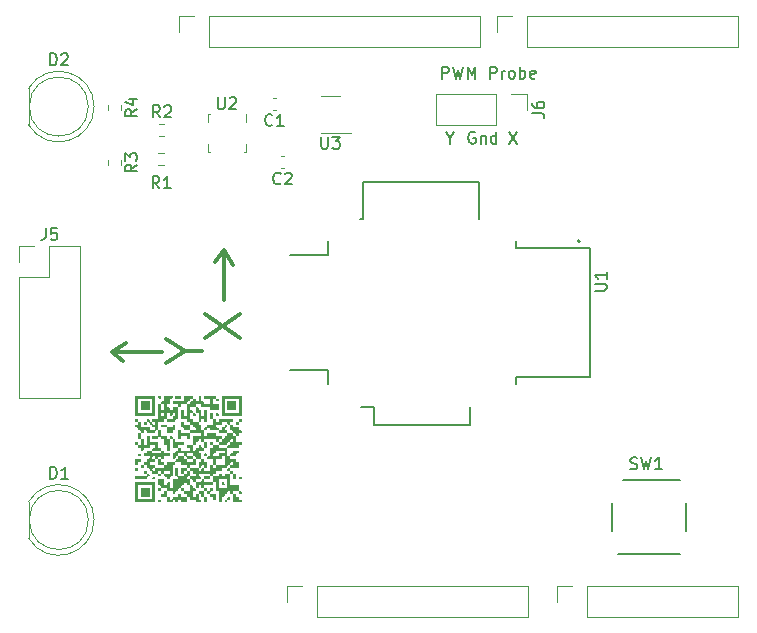
<source format=gbr>
%TF.GenerationSoftware,KiCad,Pcbnew,7.0.2-0*%
%TF.CreationDate,2023-10-31T17:00:16-04:00*%
%TF.ProjectId,ControllerShield,436f6e74-726f-46c6-9c65-72536869656c,rev?*%
%TF.SameCoordinates,Original*%
%TF.FileFunction,Legend,Top*%
%TF.FilePolarity,Positive*%
%FSLAX46Y46*%
G04 Gerber Fmt 4.6, Leading zero omitted, Abs format (unit mm)*
G04 Created by KiCad (PCBNEW 7.0.2-0) date 2023-10-31 17:00:16*
%MOMM*%
%LPD*%
G01*
G04 APERTURE LIST*
%ADD10C,0.300000*%
%ADD11C,0.150000*%
%ADD12C,0.120000*%
%ADD13C,0.152400*%
%ADD14C,0.127000*%
%ADD15C,0.200000*%
G04 APERTURE END LIST*
D10*
X144000000Y-110125000D02*
X143250000Y-108875000D01*
X143250000Y-113125000D02*
X143250000Y-108875000D01*
X143250000Y-108875000D02*
X142500000Y-109875000D01*
X141632857Y-116321428D02*
X144632857Y-114321428D01*
X141632857Y-114321428D02*
X144632857Y-116321428D01*
X133750000Y-117500000D02*
X134750000Y-118250000D01*
X135000000Y-116750000D02*
X133750000Y-117500000D01*
D11*
X133750000Y-117500000D02*
X135000000Y-116750000D01*
D10*
X138000000Y-117500000D02*
X133750000Y-117500000D01*
X139954285Y-117464285D02*
X141382857Y-117464285D01*
X138382857Y-118464285D02*
X139954285Y-117464285D01*
X139954285Y-117464285D02*
X138382857Y-116464285D01*
D11*
X162428571Y-99401428D02*
X162428571Y-99877619D01*
X162095238Y-98877619D02*
X162428571Y-99401428D01*
X162428571Y-99401428D02*
X162761904Y-98877619D01*
X164511904Y-98925238D02*
X164416666Y-98877619D01*
X164416666Y-98877619D02*
X164273809Y-98877619D01*
X164273809Y-98877619D02*
X164130952Y-98925238D01*
X164130952Y-98925238D02*
X164035714Y-99020476D01*
X164035714Y-99020476D02*
X163988095Y-99115714D01*
X163988095Y-99115714D02*
X163940476Y-99306190D01*
X163940476Y-99306190D02*
X163940476Y-99449047D01*
X163940476Y-99449047D02*
X163988095Y-99639523D01*
X163988095Y-99639523D02*
X164035714Y-99734761D01*
X164035714Y-99734761D02*
X164130952Y-99830000D01*
X164130952Y-99830000D02*
X164273809Y-99877619D01*
X164273809Y-99877619D02*
X164369047Y-99877619D01*
X164369047Y-99877619D02*
X164511904Y-99830000D01*
X164511904Y-99830000D02*
X164559523Y-99782380D01*
X164559523Y-99782380D02*
X164559523Y-99449047D01*
X164559523Y-99449047D02*
X164369047Y-99449047D01*
X164988095Y-99210952D02*
X164988095Y-99877619D01*
X164988095Y-99306190D02*
X165035714Y-99258571D01*
X165035714Y-99258571D02*
X165130952Y-99210952D01*
X165130952Y-99210952D02*
X165273809Y-99210952D01*
X165273809Y-99210952D02*
X165369047Y-99258571D01*
X165369047Y-99258571D02*
X165416666Y-99353809D01*
X165416666Y-99353809D02*
X165416666Y-99877619D01*
X166321428Y-99877619D02*
X166321428Y-98877619D01*
X166321428Y-99830000D02*
X166226190Y-99877619D01*
X166226190Y-99877619D02*
X166035714Y-99877619D01*
X166035714Y-99877619D02*
X165940476Y-99830000D01*
X165940476Y-99830000D02*
X165892857Y-99782380D01*
X165892857Y-99782380D02*
X165845238Y-99687142D01*
X165845238Y-99687142D02*
X165845238Y-99401428D01*
X165845238Y-99401428D02*
X165892857Y-99306190D01*
X165892857Y-99306190D02*
X165940476Y-99258571D01*
X165940476Y-99258571D02*
X166035714Y-99210952D01*
X166035714Y-99210952D02*
X166226190Y-99210952D01*
X166226190Y-99210952D02*
X166321428Y-99258571D01*
X161738095Y-94377619D02*
X161738095Y-93377619D01*
X161738095Y-93377619D02*
X162119047Y-93377619D01*
X162119047Y-93377619D02*
X162214285Y-93425238D01*
X162214285Y-93425238D02*
X162261904Y-93472857D01*
X162261904Y-93472857D02*
X162309523Y-93568095D01*
X162309523Y-93568095D02*
X162309523Y-93710952D01*
X162309523Y-93710952D02*
X162261904Y-93806190D01*
X162261904Y-93806190D02*
X162214285Y-93853809D01*
X162214285Y-93853809D02*
X162119047Y-93901428D01*
X162119047Y-93901428D02*
X161738095Y-93901428D01*
X162642857Y-93377619D02*
X162880952Y-94377619D01*
X162880952Y-94377619D02*
X163071428Y-93663333D01*
X163071428Y-93663333D02*
X163261904Y-94377619D01*
X163261904Y-94377619D02*
X163500000Y-93377619D01*
X163880952Y-94377619D02*
X163880952Y-93377619D01*
X163880952Y-93377619D02*
X164214285Y-94091904D01*
X164214285Y-94091904D02*
X164547618Y-93377619D01*
X164547618Y-93377619D02*
X164547618Y-94377619D01*
X165785714Y-94377619D02*
X165785714Y-93377619D01*
X165785714Y-93377619D02*
X166166666Y-93377619D01*
X166166666Y-93377619D02*
X166261904Y-93425238D01*
X166261904Y-93425238D02*
X166309523Y-93472857D01*
X166309523Y-93472857D02*
X166357142Y-93568095D01*
X166357142Y-93568095D02*
X166357142Y-93710952D01*
X166357142Y-93710952D02*
X166309523Y-93806190D01*
X166309523Y-93806190D02*
X166261904Y-93853809D01*
X166261904Y-93853809D02*
X166166666Y-93901428D01*
X166166666Y-93901428D02*
X165785714Y-93901428D01*
X166785714Y-94377619D02*
X166785714Y-93710952D01*
X166785714Y-93901428D02*
X166833333Y-93806190D01*
X166833333Y-93806190D02*
X166880952Y-93758571D01*
X166880952Y-93758571D02*
X166976190Y-93710952D01*
X166976190Y-93710952D02*
X167071428Y-93710952D01*
X167547619Y-94377619D02*
X167452381Y-94330000D01*
X167452381Y-94330000D02*
X167404762Y-94282380D01*
X167404762Y-94282380D02*
X167357143Y-94187142D01*
X167357143Y-94187142D02*
X167357143Y-93901428D01*
X167357143Y-93901428D02*
X167404762Y-93806190D01*
X167404762Y-93806190D02*
X167452381Y-93758571D01*
X167452381Y-93758571D02*
X167547619Y-93710952D01*
X167547619Y-93710952D02*
X167690476Y-93710952D01*
X167690476Y-93710952D02*
X167785714Y-93758571D01*
X167785714Y-93758571D02*
X167833333Y-93806190D01*
X167833333Y-93806190D02*
X167880952Y-93901428D01*
X167880952Y-93901428D02*
X167880952Y-94187142D01*
X167880952Y-94187142D02*
X167833333Y-94282380D01*
X167833333Y-94282380D02*
X167785714Y-94330000D01*
X167785714Y-94330000D02*
X167690476Y-94377619D01*
X167690476Y-94377619D02*
X167547619Y-94377619D01*
X168309524Y-94377619D02*
X168309524Y-93377619D01*
X168309524Y-93758571D02*
X168404762Y-93710952D01*
X168404762Y-93710952D02*
X168595238Y-93710952D01*
X168595238Y-93710952D02*
X168690476Y-93758571D01*
X168690476Y-93758571D02*
X168738095Y-93806190D01*
X168738095Y-93806190D02*
X168785714Y-93901428D01*
X168785714Y-93901428D02*
X168785714Y-94187142D01*
X168785714Y-94187142D02*
X168738095Y-94282380D01*
X168738095Y-94282380D02*
X168690476Y-94330000D01*
X168690476Y-94330000D02*
X168595238Y-94377619D01*
X168595238Y-94377619D02*
X168404762Y-94377619D01*
X168404762Y-94377619D02*
X168309524Y-94330000D01*
X169595238Y-94330000D02*
X169500000Y-94377619D01*
X169500000Y-94377619D02*
X169309524Y-94377619D01*
X169309524Y-94377619D02*
X169214286Y-94330000D01*
X169214286Y-94330000D02*
X169166667Y-94234761D01*
X169166667Y-94234761D02*
X169166667Y-93853809D01*
X169166667Y-93853809D02*
X169214286Y-93758571D01*
X169214286Y-93758571D02*
X169309524Y-93710952D01*
X169309524Y-93710952D02*
X169500000Y-93710952D01*
X169500000Y-93710952D02*
X169595238Y-93758571D01*
X169595238Y-93758571D02*
X169642857Y-93853809D01*
X169642857Y-93853809D02*
X169642857Y-93949047D01*
X169642857Y-93949047D02*
X169166667Y-94044285D01*
X167392857Y-98877619D02*
X168059523Y-99877619D01*
X168059523Y-98877619D02*
X167392857Y-99877619D01*
%TO.C,D1*%
X128531905Y-128252619D02*
X128531905Y-127252619D01*
X128531905Y-127252619D02*
X128770000Y-127252619D01*
X128770000Y-127252619D02*
X128912857Y-127300238D01*
X128912857Y-127300238D02*
X129008095Y-127395476D01*
X129008095Y-127395476D02*
X129055714Y-127490714D01*
X129055714Y-127490714D02*
X129103333Y-127681190D01*
X129103333Y-127681190D02*
X129103333Y-127824047D01*
X129103333Y-127824047D02*
X129055714Y-128014523D01*
X129055714Y-128014523D02*
X129008095Y-128109761D01*
X129008095Y-128109761D02*
X128912857Y-128205000D01*
X128912857Y-128205000D02*
X128770000Y-128252619D01*
X128770000Y-128252619D02*
X128531905Y-128252619D01*
X130055714Y-128252619D02*
X129484286Y-128252619D01*
X129770000Y-128252619D02*
X129770000Y-127252619D01*
X129770000Y-127252619D02*
X129674762Y-127395476D01*
X129674762Y-127395476D02*
X129579524Y-127490714D01*
X129579524Y-127490714D02*
X129484286Y-127538333D01*
%TO.C,SW1*%
X177666667Y-127415000D02*
X177809524Y-127462619D01*
X177809524Y-127462619D02*
X178047619Y-127462619D01*
X178047619Y-127462619D02*
X178142857Y-127415000D01*
X178142857Y-127415000D02*
X178190476Y-127367380D01*
X178190476Y-127367380D02*
X178238095Y-127272142D01*
X178238095Y-127272142D02*
X178238095Y-127176904D01*
X178238095Y-127176904D02*
X178190476Y-127081666D01*
X178190476Y-127081666D02*
X178142857Y-127034047D01*
X178142857Y-127034047D02*
X178047619Y-126986428D01*
X178047619Y-126986428D02*
X177857143Y-126938809D01*
X177857143Y-126938809D02*
X177761905Y-126891190D01*
X177761905Y-126891190D02*
X177714286Y-126843571D01*
X177714286Y-126843571D02*
X177666667Y-126748333D01*
X177666667Y-126748333D02*
X177666667Y-126653095D01*
X177666667Y-126653095D02*
X177714286Y-126557857D01*
X177714286Y-126557857D02*
X177761905Y-126510238D01*
X177761905Y-126510238D02*
X177857143Y-126462619D01*
X177857143Y-126462619D02*
X178095238Y-126462619D01*
X178095238Y-126462619D02*
X178238095Y-126510238D01*
X178571429Y-126462619D02*
X178809524Y-127462619D01*
X178809524Y-127462619D02*
X179000000Y-126748333D01*
X179000000Y-126748333D02*
X179190476Y-127462619D01*
X179190476Y-127462619D02*
X179428572Y-126462619D01*
X180333333Y-127462619D02*
X179761905Y-127462619D01*
X180047619Y-127462619D02*
X180047619Y-126462619D01*
X180047619Y-126462619D02*
X179952381Y-126605476D01*
X179952381Y-126605476D02*
X179857143Y-126700714D01*
X179857143Y-126700714D02*
X179761905Y-126748333D01*
%TO.C,R2*%
X137833333Y-97657619D02*
X137500000Y-97181428D01*
X137261905Y-97657619D02*
X137261905Y-96657619D01*
X137261905Y-96657619D02*
X137642857Y-96657619D01*
X137642857Y-96657619D02*
X137738095Y-96705238D01*
X137738095Y-96705238D02*
X137785714Y-96752857D01*
X137785714Y-96752857D02*
X137833333Y-96848095D01*
X137833333Y-96848095D02*
X137833333Y-96990952D01*
X137833333Y-96990952D02*
X137785714Y-97086190D01*
X137785714Y-97086190D02*
X137738095Y-97133809D01*
X137738095Y-97133809D02*
X137642857Y-97181428D01*
X137642857Y-97181428D02*
X137261905Y-97181428D01*
X138214286Y-96752857D02*
X138261905Y-96705238D01*
X138261905Y-96705238D02*
X138357143Y-96657619D01*
X138357143Y-96657619D02*
X138595238Y-96657619D01*
X138595238Y-96657619D02*
X138690476Y-96705238D01*
X138690476Y-96705238D02*
X138738095Y-96752857D01*
X138738095Y-96752857D02*
X138785714Y-96848095D01*
X138785714Y-96848095D02*
X138785714Y-96943333D01*
X138785714Y-96943333D02*
X138738095Y-97086190D01*
X138738095Y-97086190D02*
X138166667Y-97657619D01*
X138166667Y-97657619D02*
X138785714Y-97657619D01*
%TO.C,R4*%
X135892619Y-96991666D02*
X135416428Y-97324999D01*
X135892619Y-97563094D02*
X134892619Y-97563094D01*
X134892619Y-97563094D02*
X134892619Y-97182142D01*
X134892619Y-97182142D02*
X134940238Y-97086904D01*
X134940238Y-97086904D02*
X134987857Y-97039285D01*
X134987857Y-97039285D02*
X135083095Y-96991666D01*
X135083095Y-96991666D02*
X135225952Y-96991666D01*
X135225952Y-96991666D02*
X135321190Y-97039285D01*
X135321190Y-97039285D02*
X135368809Y-97086904D01*
X135368809Y-97086904D02*
X135416428Y-97182142D01*
X135416428Y-97182142D02*
X135416428Y-97563094D01*
X135225952Y-96134523D02*
X135892619Y-96134523D01*
X134845000Y-96372618D02*
X135559285Y-96610713D01*
X135559285Y-96610713D02*
X135559285Y-95991666D01*
%TO.C,U1*%
X174647619Y-112331904D02*
X175457142Y-112331904D01*
X175457142Y-112331904D02*
X175552380Y-112284285D01*
X175552380Y-112284285D02*
X175600000Y-112236666D01*
X175600000Y-112236666D02*
X175647619Y-112141428D01*
X175647619Y-112141428D02*
X175647619Y-111950952D01*
X175647619Y-111950952D02*
X175600000Y-111855714D01*
X175600000Y-111855714D02*
X175552380Y-111808095D01*
X175552380Y-111808095D02*
X175457142Y-111760476D01*
X175457142Y-111760476D02*
X174647619Y-111760476D01*
X175647619Y-110760476D02*
X175647619Y-111331904D01*
X175647619Y-111046190D02*
X174647619Y-111046190D01*
X174647619Y-111046190D02*
X174790476Y-111141428D01*
X174790476Y-111141428D02*
X174885714Y-111236666D01*
X174885714Y-111236666D02*
X174933333Y-111331904D01*
%TO.C,D2*%
X128531905Y-93252619D02*
X128531905Y-92252619D01*
X128531905Y-92252619D02*
X128770000Y-92252619D01*
X128770000Y-92252619D02*
X128912857Y-92300238D01*
X128912857Y-92300238D02*
X129008095Y-92395476D01*
X129008095Y-92395476D02*
X129055714Y-92490714D01*
X129055714Y-92490714D02*
X129103333Y-92681190D01*
X129103333Y-92681190D02*
X129103333Y-92824047D01*
X129103333Y-92824047D02*
X129055714Y-93014523D01*
X129055714Y-93014523D02*
X129008095Y-93109761D01*
X129008095Y-93109761D02*
X128912857Y-93205000D01*
X128912857Y-93205000D02*
X128770000Y-93252619D01*
X128770000Y-93252619D02*
X128531905Y-93252619D01*
X129484286Y-92347857D02*
X129531905Y-92300238D01*
X129531905Y-92300238D02*
X129627143Y-92252619D01*
X129627143Y-92252619D02*
X129865238Y-92252619D01*
X129865238Y-92252619D02*
X129960476Y-92300238D01*
X129960476Y-92300238D02*
X130008095Y-92347857D01*
X130008095Y-92347857D02*
X130055714Y-92443095D01*
X130055714Y-92443095D02*
X130055714Y-92538333D01*
X130055714Y-92538333D02*
X130008095Y-92681190D01*
X130008095Y-92681190D02*
X129436667Y-93252619D01*
X129436667Y-93252619D02*
X130055714Y-93252619D01*
%TO.C,C1*%
X147358333Y-98297380D02*
X147310714Y-98345000D01*
X147310714Y-98345000D02*
X147167857Y-98392619D01*
X147167857Y-98392619D02*
X147072619Y-98392619D01*
X147072619Y-98392619D02*
X146929762Y-98345000D01*
X146929762Y-98345000D02*
X146834524Y-98249761D01*
X146834524Y-98249761D02*
X146786905Y-98154523D01*
X146786905Y-98154523D02*
X146739286Y-97964047D01*
X146739286Y-97964047D02*
X146739286Y-97821190D01*
X146739286Y-97821190D02*
X146786905Y-97630714D01*
X146786905Y-97630714D02*
X146834524Y-97535476D01*
X146834524Y-97535476D02*
X146929762Y-97440238D01*
X146929762Y-97440238D02*
X147072619Y-97392619D01*
X147072619Y-97392619D02*
X147167857Y-97392619D01*
X147167857Y-97392619D02*
X147310714Y-97440238D01*
X147310714Y-97440238D02*
X147358333Y-97487857D01*
X148310714Y-98392619D02*
X147739286Y-98392619D01*
X148025000Y-98392619D02*
X148025000Y-97392619D01*
X148025000Y-97392619D02*
X147929762Y-97535476D01*
X147929762Y-97535476D02*
X147834524Y-97630714D01*
X147834524Y-97630714D02*
X147739286Y-97678333D01*
%TO.C,R3*%
X135892619Y-101666666D02*
X135416428Y-101999999D01*
X135892619Y-102238094D02*
X134892619Y-102238094D01*
X134892619Y-102238094D02*
X134892619Y-101857142D01*
X134892619Y-101857142D02*
X134940238Y-101761904D01*
X134940238Y-101761904D02*
X134987857Y-101714285D01*
X134987857Y-101714285D02*
X135083095Y-101666666D01*
X135083095Y-101666666D02*
X135225952Y-101666666D01*
X135225952Y-101666666D02*
X135321190Y-101714285D01*
X135321190Y-101714285D02*
X135368809Y-101761904D01*
X135368809Y-101761904D02*
X135416428Y-101857142D01*
X135416428Y-101857142D02*
X135416428Y-102238094D01*
X134892619Y-101333332D02*
X134892619Y-100714285D01*
X134892619Y-100714285D02*
X135273571Y-101047618D01*
X135273571Y-101047618D02*
X135273571Y-100904761D01*
X135273571Y-100904761D02*
X135321190Y-100809523D01*
X135321190Y-100809523D02*
X135368809Y-100761904D01*
X135368809Y-100761904D02*
X135464047Y-100714285D01*
X135464047Y-100714285D02*
X135702142Y-100714285D01*
X135702142Y-100714285D02*
X135797380Y-100761904D01*
X135797380Y-100761904D02*
X135845000Y-100809523D01*
X135845000Y-100809523D02*
X135892619Y-100904761D01*
X135892619Y-100904761D02*
X135892619Y-101190475D01*
X135892619Y-101190475D02*
X135845000Y-101285713D01*
X135845000Y-101285713D02*
X135797380Y-101333332D01*
%TO.C,U3*%
X151488095Y-99312619D02*
X151488095Y-100122142D01*
X151488095Y-100122142D02*
X151535714Y-100217380D01*
X151535714Y-100217380D02*
X151583333Y-100265000D01*
X151583333Y-100265000D02*
X151678571Y-100312619D01*
X151678571Y-100312619D02*
X151869047Y-100312619D01*
X151869047Y-100312619D02*
X151964285Y-100265000D01*
X151964285Y-100265000D02*
X152011904Y-100217380D01*
X152011904Y-100217380D02*
X152059523Y-100122142D01*
X152059523Y-100122142D02*
X152059523Y-99312619D01*
X152440476Y-99312619D02*
X153059523Y-99312619D01*
X153059523Y-99312619D02*
X152726190Y-99693571D01*
X152726190Y-99693571D02*
X152869047Y-99693571D01*
X152869047Y-99693571D02*
X152964285Y-99741190D01*
X152964285Y-99741190D02*
X153011904Y-99788809D01*
X153011904Y-99788809D02*
X153059523Y-99884047D01*
X153059523Y-99884047D02*
X153059523Y-100122142D01*
X153059523Y-100122142D02*
X153011904Y-100217380D01*
X153011904Y-100217380D02*
X152964285Y-100265000D01*
X152964285Y-100265000D02*
X152869047Y-100312619D01*
X152869047Y-100312619D02*
X152583333Y-100312619D01*
X152583333Y-100312619D02*
X152488095Y-100265000D01*
X152488095Y-100265000D02*
X152440476Y-100217380D01*
%TO.C,C2*%
X148058333Y-103242380D02*
X148010714Y-103290000D01*
X148010714Y-103290000D02*
X147867857Y-103337619D01*
X147867857Y-103337619D02*
X147772619Y-103337619D01*
X147772619Y-103337619D02*
X147629762Y-103290000D01*
X147629762Y-103290000D02*
X147534524Y-103194761D01*
X147534524Y-103194761D02*
X147486905Y-103099523D01*
X147486905Y-103099523D02*
X147439286Y-102909047D01*
X147439286Y-102909047D02*
X147439286Y-102766190D01*
X147439286Y-102766190D02*
X147486905Y-102575714D01*
X147486905Y-102575714D02*
X147534524Y-102480476D01*
X147534524Y-102480476D02*
X147629762Y-102385238D01*
X147629762Y-102385238D02*
X147772619Y-102337619D01*
X147772619Y-102337619D02*
X147867857Y-102337619D01*
X147867857Y-102337619D02*
X148010714Y-102385238D01*
X148010714Y-102385238D02*
X148058333Y-102432857D01*
X148439286Y-102432857D02*
X148486905Y-102385238D01*
X148486905Y-102385238D02*
X148582143Y-102337619D01*
X148582143Y-102337619D02*
X148820238Y-102337619D01*
X148820238Y-102337619D02*
X148915476Y-102385238D01*
X148915476Y-102385238D02*
X148963095Y-102432857D01*
X148963095Y-102432857D02*
X149010714Y-102528095D01*
X149010714Y-102528095D02*
X149010714Y-102623333D01*
X149010714Y-102623333D02*
X148963095Y-102766190D01*
X148963095Y-102766190D02*
X148391667Y-103337619D01*
X148391667Y-103337619D02*
X149010714Y-103337619D01*
%TO.C,R1*%
X137783333Y-103657619D02*
X137450000Y-103181428D01*
X137211905Y-103657619D02*
X137211905Y-102657619D01*
X137211905Y-102657619D02*
X137592857Y-102657619D01*
X137592857Y-102657619D02*
X137688095Y-102705238D01*
X137688095Y-102705238D02*
X137735714Y-102752857D01*
X137735714Y-102752857D02*
X137783333Y-102848095D01*
X137783333Y-102848095D02*
X137783333Y-102990952D01*
X137783333Y-102990952D02*
X137735714Y-103086190D01*
X137735714Y-103086190D02*
X137688095Y-103133809D01*
X137688095Y-103133809D02*
X137592857Y-103181428D01*
X137592857Y-103181428D02*
X137211905Y-103181428D01*
X138735714Y-103657619D02*
X138164286Y-103657619D01*
X138450000Y-103657619D02*
X138450000Y-102657619D01*
X138450000Y-102657619D02*
X138354762Y-102800476D01*
X138354762Y-102800476D02*
X138259524Y-102895714D01*
X138259524Y-102895714D02*
X138164286Y-102943333D01*
%TO.C,J5*%
X128146666Y-107052619D02*
X128146666Y-107766904D01*
X128146666Y-107766904D02*
X128099047Y-107909761D01*
X128099047Y-107909761D02*
X128003809Y-108005000D01*
X128003809Y-108005000D02*
X127860952Y-108052619D01*
X127860952Y-108052619D02*
X127765714Y-108052619D01*
X129099047Y-107052619D02*
X128622857Y-107052619D01*
X128622857Y-107052619D02*
X128575238Y-107528809D01*
X128575238Y-107528809D02*
X128622857Y-107481190D01*
X128622857Y-107481190D02*
X128718095Y-107433571D01*
X128718095Y-107433571D02*
X128956190Y-107433571D01*
X128956190Y-107433571D02*
X129051428Y-107481190D01*
X129051428Y-107481190D02*
X129099047Y-107528809D01*
X129099047Y-107528809D02*
X129146666Y-107624047D01*
X129146666Y-107624047D02*
X129146666Y-107862142D01*
X129146666Y-107862142D02*
X129099047Y-107957380D01*
X129099047Y-107957380D02*
X129051428Y-108005000D01*
X129051428Y-108005000D02*
X128956190Y-108052619D01*
X128956190Y-108052619D02*
X128718095Y-108052619D01*
X128718095Y-108052619D02*
X128622857Y-108005000D01*
X128622857Y-108005000D02*
X128575238Y-107957380D01*
%TO.C,U2*%
X142738095Y-95962619D02*
X142738095Y-96772142D01*
X142738095Y-96772142D02*
X142785714Y-96867380D01*
X142785714Y-96867380D02*
X142833333Y-96915000D01*
X142833333Y-96915000D02*
X142928571Y-96962619D01*
X142928571Y-96962619D02*
X143119047Y-96962619D01*
X143119047Y-96962619D02*
X143214285Y-96915000D01*
X143214285Y-96915000D02*
X143261904Y-96867380D01*
X143261904Y-96867380D02*
X143309523Y-96772142D01*
X143309523Y-96772142D02*
X143309523Y-95962619D01*
X143738095Y-96057857D02*
X143785714Y-96010238D01*
X143785714Y-96010238D02*
X143880952Y-95962619D01*
X143880952Y-95962619D02*
X144119047Y-95962619D01*
X144119047Y-95962619D02*
X144214285Y-96010238D01*
X144214285Y-96010238D02*
X144261904Y-96057857D01*
X144261904Y-96057857D02*
X144309523Y-96153095D01*
X144309523Y-96153095D02*
X144309523Y-96248333D01*
X144309523Y-96248333D02*
X144261904Y-96391190D01*
X144261904Y-96391190D02*
X143690476Y-96962619D01*
X143690476Y-96962619D02*
X144309523Y-96962619D01*
%TO.C,J6*%
X169372619Y-97333333D02*
X170086904Y-97333333D01*
X170086904Y-97333333D02*
X170229761Y-97380952D01*
X170229761Y-97380952D02*
X170325000Y-97476190D01*
X170325000Y-97476190D02*
X170372619Y-97619047D01*
X170372619Y-97619047D02*
X170372619Y-97714285D01*
X169372619Y-96428571D02*
X169372619Y-96619047D01*
X169372619Y-96619047D02*
X169420238Y-96714285D01*
X169420238Y-96714285D02*
X169467857Y-96761904D01*
X169467857Y-96761904D02*
X169610714Y-96857142D01*
X169610714Y-96857142D02*
X169801190Y-96904761D01*
X169801190Y-96904761D02*
X170182142Y-96904761D01*
X170182142Y-96904761D02*
X170277380Y-96857142D01*
X170277380Y-96857142D02*
X170325000Y-96809523D01*
X170325000Y-96809523D02*
X170372619Y-96714285D01*
X170372619Y-96714285D02*
X170372619Y-96523809D01*
X170372619Y-96523809D02*
X170325000Y-96428571D01*
X170325000Y-96428571D02*
X170277380Y-96380952D01*
X170277380Y-96380952D02*
X170182142Y-96333333D01*
X170182142Y-96333333D02*
X169944047Y-96333333D01*
X169944047Y-96333333D02*
X169848809Y-96380952D01*
X169848809Y-96380952D02*
X169801190Y-96428571D01*
X169801190Y-96428571D02*
X169753571Y-96523809D01*
X169753571Y-96523809D02*
X169753571Y-96714285D01*
X169753571Y-96714285D02*
X169801190Y-96809523D01*
X169801190Y-96809523D02*
X169848809Y-96857142D01*
X169848809Y-96857142D02*
X169944047Y-96904761D01*
%TO.C,G\u002A\u002A\u002A*%
G36*
X136952885Y-122086539D02*
G01*
X136952885Y-122452885D01*
X136586539Y-122452885D01*
X136220193Y-122452885D01*
X136220193Y-122086539D01*
X136220193Y-121720193D01*
X136586539Y-121720193D01*
X136952885Y-121720193D01*
X136952885Y-122086539D01*
G37*
G36*
X136952885Y-129413462D02*
G01*
X136952885Y-129779808D01*
X136586539Y-129779808D01*
X136220193Y-129779808D01*
X136220193Y-129413462D01*
X136220193Y-129047116D01*
X136586539Y-129047116D01*
X136952885Y-129047116D01*
X136952885Y-129413462D01*
G37*
G36*
X139639423Y-121353846D02*
G01*
X139639423Y-121475962D01*
X139395193Y-121475962D01*
X139150962Y-121475962D01*
X139150962Y-121353846D01*
X139150962Y-121231731D01*
X139395193Y-121231731D01*
X139639423Y-121231731D01*
X139639423Y-121353846D01*
G37*
G36*
X141837500Y-130024039D02*
G01*
X141837500Y-130268270D01*
X141715385Y-130268270D01*
X141593270Y-130268270D01*
X141593270Y-130024039D01*
X141593270Y-129779808D01*
X141715385Y-129779808D01*
X141837500Y-129779808D01*
X141837500Y-130024039D01*
G37*
G36*
X142081731Y-128192308D02*
G01*
X142081731Y-128314423D01*
X141837500Y-128314423D01*
X141593270Y-128314423D01*
X141593270Y-128192308D01*
X141593270Y-128070193D01*
X141837500Y-128070193D01*
X142081731Y-128070193D01*
X142081731Y-128192308D01*
G37*
G36*
X142325962Y-122941346D02*
G01*
X142325962Y-123185577D01*
X142203846Y-123185577D01*
X142081731Y-123185577D01*
X142081731Y-122941346D01*
X142081731Y-122697116D01*
X142203846Y-122697116D01*
X142325962Y-122697116D01*
X142325962Y-122941346D01*
G37*
G36*
X144279808Y-122086539D02*
G01*
X144279808Y-122452885D01*
X143913462Y-122452885D01*
X143547116Y-122452885D01*
X143547116Y-122086539D01*
X143547116Y-121720193D01*
X143913462Y-121720193D01*
X144279808Y-121720193D01*
X144279808Y-122086539D01*
G37*
G36*
X144732648Y-129301433D02*
G01*
X144764528Y-129349010D01*
X144768270Y-129413462D01*
X144758183Y-129499956D01*
X144710606Y-129531836D01*
X144646154Y-129535577D01*
X144559660Y-129525491D01*
X144527780Y-129477914D01*
X144524039Y-129413462D01*
X144524039Y-129291346D01*
X144646154Y-129291346D01*
X144732648Y-129301433D01*
G37*
G36*
X135940341Y-127347586D02*
G01*
X135972221Y-127395164D01*
X135975962Y-127459616D01*
X135965876Y-127546110D01*
X135918298Y-127577990D01*
X135853846Y-127581731D01*
X135767352Y-127571645D01*
X135735472Y-127524068D01*
X135731731Y-127459616D01*
X135741817Y-127373121D01*
X135789394Y-127341241D01*
X135853846Y-127337500D01*
X135940341Y-127347586D01*
G37*
G36*
X136184571Y-126126433D02*
G01*
X136216452Y-126174010D01*
X136220193Y-126238462D01*
X136210106Y-126324956D01*
X136162529Y-126356836D01*
X136098077Y-126360577D01*
X136011583Y-126350491D01*
X135979703Y-126302914D01*
X135975962Y-126238462D01*
X135986048Y-126151968D01*
X136033625Y-126120087D01*
X136098077Y-126116346D01*
X136184571Y-126126433D01*
G37*
G36*
X137405725Y-128080279D02*
G01*
X137437605Y-128127856D01*
X137441346Y-128192308D01*
X137431260Y-128278802D01*
X137383683Y-128310682D01*
X137319231Y-128314423D01*
X137232737Y-128304337D01*
X137200857Y-128256760D01*
X137197116Y-128192308D01*
X137207202Y-128105814D01*
X137254779Y-128073934D01*
X137319231Y-128070193D01*
X137405725Y-128080279D01*
G37*
G36*
X137894187Y-121241817D02*
G01*
X137926067Y-121289394D01*
X137929808Y-121353846D01*
X137919722Y-121440341D01*
X137872145Y-121472221D01*
X137807693Y-121475962D01*
X137721198Y-121465876D01*
X137689318Y-121418298D01*
X137685577Y-121353846D01*
X137695663Y-121267352D01*
X137743241Y-121235472D01*
X137807693Y-121231731D01*
X137894187Y-121241817D01*
G37*
G36*
X137894187Y-130034125D02*
G01*
X137926067Y-130081702D01*
X137929808Y-130146154D01*
X137919722Y-130232648D01*
X137872145Y-130264528D01*
X137807693Y-130268270D01*
X137721198Y-130258183D01*
X137689318Y-130210606D01*
X137685577Y-130146154D01*
X137695663Y-130059660D01*
X137743241Y-130027780D01*
X137807693Y-130024039D01*
X137894187Y-130034125D01*
G37*
G36*
X139848033Y-129057202D02*
G01*
X139879913Y-129104779D01*
X139883654Y-129169231D01*
X139873568Y-129255725D01*
X139825991Y-129287605D01*
X139761539Y-129291346D01*
X139675044Y-129281260D01*
X139643164Y-129233683D01*
X139639423Y-129169231D01*
X139649510Y-129082737D01*
X139697087Y-129050857D01*
X139761539Y-129047116D01*
X139848033Y-129057202D01*
G37*
G36*
X140824956Y-122707202D02*
G01*
X140856836Y-122754779D01*
X140860577Y-122819231D01*
X140850491Y-122905725D01*
X140802914Y-122937605D01*
X140738462Y-122941346D01*
X140651968Y-122931260D01*
X140620087Y-122883683D01*
X140616346Y-122819231D01*
X140626433Y-122732737D01*
X140674010Y-122700857D01*
X140738462Y-122697116D01*
X140824956Y-122707202D01*
G37*
G36*
X141801879Y-126126433D02*
G01*
X141833759Y-126174010D01*
X141837500Y-126238462D01*
X141827414Y-126324956D01*
X141779837Y-126356836D01*
X141715385Y-126360577D01*
X141628891Y-126350491D01*
X141597011Y-126302914D01*
X141593270Y-126238462D01*
X141603356Y-126151968D01*
X141650933Y-126120087D01*
X141715385Y-126116346D01*
X141801879Y-126126433D01*
G37*
G36*
X142290341Y-125149510D02*
G01*
X142322221Y-125197087D01*
X142325962Y-125261539D01*
X142315876Y-125348033D01*
X142268298Y-125379913D01*
X142203846Y-125383654D01*
X142117352Y-125373568D01*
X142085472Y-125325991D01*
X142081731Y-125261539D01*
X142091817Y-125175044D01*
X142139394Y-125143164D01*
X142203846Y-125139423D01*
X142290341Y-125149510D01*
G37*
G36*
X142778802Y-122707202D02*
G01*
X142810682Y-122754779D01*
X142814423Y-122819231D01*
X142804337Y-122905725D01*
X142756760Y-122937605D01*
X142692308Y-122941346D01*
X142605814Y-122931260D01*
X142573934Y-122883683D01*
X142570193Y-122819231D01*
X142580279Y-122732737D01*
X142627856Y-122700857D01*
X142692308Y-122697116D01*
X142778802Y-122707202D01*
G37*
G36*
X143267264Y-128568740D02*
G01*
X143299144Y-128616318D01*
X143302885Y-128680770D01*
X143292799Y-128767264D01*
X143245221Y-128799144D01*
X143180770Y-128802885D01*
X143094275Y-128792799D01*
X143062395Y-128745221D01*
X143058654Y-128680770D01*
X143068740Y-128594275D01*
X143116318Y-128562395D01*
X143180770Y-128558654D01*
X143267264Y-128568740D01*
G37*
G36*
X144732648Y-128080279D02*
G01*
X144764528Y-128127856D01*
X144768270Y-128192308D01*
X144758183Y-128278802D01*
X144710606Y-128310682D01*
X144646154Y-128314423D01*
X144559660Y-128304337D01*
X144527780Y-128256760D01*
X144524039Y-128192308D01*
X144534125Y-128105814D01*
X144581702Y-128073934D01*
X144646154Y-128070193D01*
X144732648Y-128080279D01*
G37*
G36*
X136220193Y-126726923D02*
G01*
X136210106Y-126813418D01*
X136162529Y-126845298D01*
X136098077Y-126849039D01*
X136011583Y-126859125D01*
X135979703Y-126906702D01*
X135975962Y-126971154D01*
X135965876Y-127057648D01*
X135918298Y-127089528D01*
X135853846Y-127093270D01*
X135731731Y-127093270D01*
X135731731Y-126849039D01*
X135731731Y-126604808D01*
X135975962Y-126604808D01*
X136220193Y-126604808D01*
X136220193Y-126726923D01*
G37*
G36*
X137894187Y-126614894D02*
G01*
X137926067Y-126662471D01*
X137929808Y-126726923D01*
X137939894Y-126813418D01*
X137987471Y-126845298D01*
X138051923Y-126849039D01*
X138138418Y-126859125D01*
X138170298Y-126906702D01*
X138174039Y-126971154D01*
X138174039Y-127093270D01*
X137929808Y-127093270D01*
X137685577Y-127093270D01*
X137685577Y-126849039D01*
X137685577Y-126604808D01*
X137807693Y-126604808D01*
X137894187Y-126614894D01*
G37*
G36*
X139848033Y-123439894D02*
G01*
X139879913Y-123487471D01*
X139883654Y-123551923D01*
X139883654Y-123674039D01*
X140127885Y-123674039D01*
X140372116Y-123674039D01*
X140372116Y-123918270D01*
X140372116Y-124162500D01*
X140127885Y-124162500D01*
X139883654Y-124162500D01*
X139883654Y-124040385D01*
X139873568Y-123953891D01*
X139825991Y-123922011D01*
X139761539Y-123918270D01*
X139639423Y-123918270D01*
X139639423Y-123674039D01*
X139639423Y-123429808D01*
X139761539Y-123429808D01*
X139848033Y-123439894D01*
G37*
G36*
X139603802Y-124172586D02*
G01*
X139635682Y-124220164D01*
X139639423Y-124284616D01*
X139639423Y-124406731D01*
X140005770Y-124406731D01*
X140372116Y-124406731D01*
X140372116Y-124650962D01*
X140372116Y-124895193D01*
X140250000Y-124895193D01*
X140163506Y-124885106D01*
X140131626Y-124837529D01*
X140127885Y-124773077D01*
X140127885Y-124650962D01*
X139883654Y-124650962D01*
X139639423Y-124650962D01*
X139639423Y-124773077D01*
X139629337Y-124859571D01*
X139581760Y-124891452D01*
X139517308Y-124895193D01*
X139395193Y-124895193D01*
X139395193Y-124528846D01*
X139395193Y-124162500D01*
X139517308Y-124162500D01*
X139603802Y-124172586D01*
G37*
G36*
X143755725Y-129789894D02*
G01*
X143787605Y-129837471D01*
X143791346Y-129901923D01*
X143781260Y-129988418D01*
X143733683Y-130020298D01*
X143669231Y-130024039D01*
X143582737Y-130034125D01*
X143550857Y-130081702D01*
X143547116Y-130146154D01*
X143537029Y-130232648D01*
X143489452Y-130264528D01*
X143425000Y-130268270D01*
X143338506Y-130258183D01*
X143306626Y-130210606D01*
X143302885Y-130146154D01*
X143312971Y-130059660D01*
X143360548Y-130027780D01*
X143425000Y-130024039D01*
X143511495Y-130013953D01*
X143543375Y-129966375D01*
X143547116Y-129901923D01*
X143557202Y-129815429D01*
X143604779Y-129783549D01*
X143669231Y-129779808D01*
X143755725Y-129789894D01*
G37*
G36*
X144732648Y-123195663D02*
G01*
X144764528Y-123243241D01*
X144768270Y-123307693D01*
X144758183Y-123394187D01*
X144710606Y-123426067D01*
X144646154Y-123429808D01*
X144559660Y-123439894D01*
X144527780Y-123487471D01*
X144524039Y-123551923D01*
X144513953Y-123638418D01*
X144466375Y-123670298D01*
X144401923Y-123674039D01*
X144315429Y-123663953D01*
X144283549Y-123616375D01*
X144279808Y-123551923D01*
X144289894Y-123465429D01*
X144337471Y-123433549D01*
X144401923Y-123429808D01*
X144488418Y-123419722D01*
X144520298Y-123372145D01*
X144524039Y-123307693D01*
X144534125Y-123221198D01*
X144581702Y-123189318D01*
X144646154Y-123185577D01*
X144732648Y-123195663D01*
G37*
G36*
X138418270Y-123796154D02*
G01*
X138418270Y-123918270D01*
X138662500Y-123918270D01*
X138906731Y-123918270D01*
X138906731Y-123796154D01*
X138916817Y-123709660D01*
X138964394Y-123677780D01*
X139028846Y-123674039D01*
X139150962Y-123674039D01*
X139150962Y-123918270D01*
X139150962Y-124162500D01*
X139028846Y-124162500D01*
X138942352Y-124172586D01*
X138910472Y-124220164D01*
X138906731Y-124284616D01*
X138906731Y-124406731D01*
X138662500Y-124406731D01*
X138418270Y-124406731D01*
X138418270Y-124162500D01*
X138418270Y-123918270D01*
X138174039Y-123918270D01*
X137929808Y-123918270D01*
X137929808Y-123796154D01*
X137929808Y-123674039D01*
X138174039Y-123674039D01*
X138418270Y-123674039D01*
X138418270Y-123796154D01*
G37*
G36*
X137441346Y-122086539D02*
G01*
X137441346Y-122941346D01*
X136586539Y-122941346D01*
X135731731Y-122941346D01*
X135731731Y-122250141D01*
X135982157Y-122250141D01*
X135982691Y-122429360D01*
X135986239Y-122564569D01*
X135992540Y-122638900D01*
X135994230Y-122645303D01*
X136020624Y-122667269D01*
X136086979Y-122681695D01*
X136203967Y-122689341D01*
X136382264Y-122690964D01*
X136595868Y-122688062D01*
X137176763Y-122676763D01*
X137176763Y-122086539D01*
X137176763Y-121496314D01*
X136586539Y-121496314D01*
X135996314Y-121496314D01*
X135984900Y-122043780D01*
X135982157Y-122250141D01*
X135731731Y-122250141D01*
X135731731Y-122086539D01*
X135731731Y-121231731D01*
X136586539Y-121231731D01*
X137441346Y-121231731D01*
X137441346Y-122086539D01*
G37*
G36*
X137441346Y-129413462D02*
G01*
X137441346Y-130268270D01*
X136586539Y-130268270D01*
X135731731Y-130268270D01*
X135731731Y-129577064D01*
X135982157Y-129577064D01*
X135982691Y-129756283D01*
X135986239Y-129891492D01*
X135992540Y-129965823D01*
X135994230Y-129972226D01*
X136020624Y-129994192D01*
X136086979Y-130008618D01*
X136203967Y-130016264D01*
X136382264Y-130017887D01*
X136595868Y-130014985D01*
X137176763Y-130003686D01*
X137176763Y-129413462D01*
X137176763Y-128823237D01*
X136586539Y-128823237D01*
X135996314Y-128823237D01*
X135984900Y-129370703D01*
X135982157Y-129577064D01*
X135731731Y-129577064D01*
X135731731Y-129413462D01*
X135731731Y-128558654D01*
X136586539Y-128558654D01*
X137441346Y-128558654D01*
X137441346Y-129413462D01*
G37*
G36*
X144768270Y-122086539D02*
G01*
X144768270Y-122941346D01*
X143913462Y-122941346D01*
X143058654Y-122941346D01*
X143058654Y-122250141D01*
X143309080Y-122250141D01*
X143309614Y-122429360D01*
X143313162Y-122564569D01*
X143319463Y-122638900D01*
X143321153Y-122645303D01*
X143347547Y-122667269D01*
X143413902Y-122681695D01*
X143530890Y-122689341D01*
X143709187Y-122690964D01*
X143922791Y-122688062D01*
X144503686Y-122676763D01*
X144503686Y-122086539D01*
X144503686Y-121496314D01*
X143913462Y-121496314D01*
X143323237Y-121496314D01*
X143311823Y-122043780D01*
X143309080Y-122250141D01*
X143058654Y-122250141D01*
X143058654Y-122086539D01*
X143058654Y-121231731D01*
X143913462Y-121231731D01*
X144768270Y-121231731D01*
X144768270Y-122086539D01*
G37*
G36*
X141557648Y-126614894D02*
G01*
X141589528Y-126662471D01*
X141593270Y-126726923D01*
X141603356Y-126813418D01*
X141650933Y-126845298D01*
X141715385Y-126849039D01*
X141837500Y-126849039D01*
X141837500Y-127093270D01*
X141837500Y-127337500D01*
X141715385Y-127337500D01*
X141628891Y-127327414D01*
X141597011Y-127279837D01*
X141593270Y-127215385D01*
X141583183Y-127128891D01*
X141535606Y-127097011D01*
X141471154Y-127093270D01*
X141384660Y-127103356D01*
X141352780Y-127150933D01*
X141349039Y-127215385D01*
X141338953Y-127301879D01*
X141291375Y-127333759D01*
X141226923Y-127337500D01*
X141104808Y-127337500D01*
X141104808Y-127093270D01*
X141104808Y-126849039D01*
X141226923Y-126849039D01*
X141313418Y-126838953D01*
X141345298Y-126791375D01*
X141349039Y-126726923D01*
X141349039Y-126604808D01*
X141471154Y-126604808D01*
X141557648Y-126614894D01*
G37*
G36*
X136673033Y-127591817D02*
G01*
X136704913Y-127639394D01*
X136708654Y-127703846D01*
X136718740Y-127790341D01*
X136766318Y-127822221D01*
X136830770Y-127825962D01*
X136917264Y-127836048D01*
X136949144Y-127883625D01*
X136952885Y-127948077D01*
X136942799Y-128034571D01*
X136895221Y-128066452D01*
X136830770Y-128070193D01*
X136744275Y-128080279D01*
X136712395Y-128127856D01*
X136708654Y-128192308D01*
X136708654Y-128314423D01*
X136220193Y-128314423D01*
X135731731Y-128314423D01*
X135731731Y-128192308D01*
X135731731Y-128070193D01*
X136220193Y-128070193D01*
X136708654Y-128070193D01*
X136708654Y-127948077D01*
X136698568Y-127861583D01*
X136650991Y-127829703D01*
X136586539Y-127825962D01*
X136500044Y-127815876D01*
X136468164Y-127768298D01*
X136464423Y-127703846D01*
X136474510Y-127617352D01*
X136522087Y-127585472D01*
X136586539Y-127581731D01*
X136673033Y-127591817D01*
G37*
G36*
X143511495Y-123684125D02*
G01*
X143543375Y-123731702D01*
X143547116Y-123796154D01*
X143537029Y-123882648D01*
X143489452Y-123914528D01*
X143425000Y-123918270D01*
X143338506Y-123928356D01*
X143306626Y-123975933D01*
X143302885Y-124040385D01*
X143312971Y-124126879D01*
X143360548Y-124158759D01*
X143425000Y-124162500D01*
X143511495Y-124172586D01*
X143543375Y-124220164D01*
X143547116Y-124284616D01*
X143547116Y-124406731D01*
X143180770Y-124406731D01*
X142814423Y-124406731D01*
X142814423Y-124284616D01*
X142824510Y-124198121D01*
X142872087Y-124166241D01*
X142936539Y-124162500D01*
X143023033Y-124152414D01*
X143054913Y-124104837D01*
X143058654Y-124040385D01*
X143068740Y-123953891D01*
X143116318Y-123922011D01*
X143180770Y-123918270D01*
X143267264Y-123908183D01*
X143299144Y-123860606D01*
X143302885Y-123796154D01*
X143312971Y-123709660D01*
X143360548Y-123677780D01*
X143425000Y-123674039D01*
X143511495Y-123684125D01*
G37*
G36*
X137929808Y-124406731D02*
G01*
X137929808Y-124650962D01*
X138174039Y-124650962D01*
X138418270Y-124650962D01*
X138418270Y-124773077D01*
X138428356Y-124859571D01*
X138475933Y-124891452D01*
X138540385Y-124895193D01*
X138626879Y-124885106D01*
X138658759Y-124837529D01*
X138662500Y-124773077D01*
X138672586Y-124686583D01*
X138720164Y-124654703D01*
X138784616Y-124650962D01*
X138871110Y-124661048D01*
X138902990Y-124708625D01*
X138906731Y-124773077D01*
X138916817Y-124859571D01*
X138964394Y-124891452D01*
X139028846Y-124895193D01*
X139115341Y-124905279D01*
X139147221Y-124952856D01*
X139150962Y-125017308D01*
X139150962Y-125139423D01*
X139517308Y-125139423D01*
X139883654Y-125139423D01*
X139883654Y-125261539D01*
X139883654Y-125383654D01*
X139639423Y-125383654D01*
X139395193Y-125383654D01*
X139395193Y-125505770D01*
X139405279Y-125592264D01*
X139452856Y-125624144D01*
X139517308Y-125627885D01*
X139603802Y-125637971D01*
X139635682Y-125685548D01*
X139639423Y-125750000D01*
X139639423Y-125872116D01*
X140005770Y-125872116D01*
X140372116Y-125872116D01*
X140372116Y-125750000D01*
X140362029Y-125663506D01*
X140314452Y-125631626D01*
X140250000Y-125627885D01*
X140163506Y-125617799D01*
X140131626Y-125570221D01*
X140127885Y-125505770D01*
X140127885Y-125383654D01*
X140372116Y-125383654D01*
X140616346Y-125383654D01*
X140616346Y-125627885D01*
X140616346Y-125872116D01*
X140738462Y-125872116D01*
X140824956Y-125862029D01*
X140856836Y-125814452D01*
X140860577Y-125750000D01*
X140870663Y-125663506D01*
X140918241Y-125631626D01*
X140982693Y-125627885D01*
X141069187Y-125617799D01*
X141101067Y-125570221D01*
X141104808Y-125505770D01*
X141114894Y-125419275D01*
X141162471Y-125387395D01*
X141226923Y-125383654D01*
X141313418Y-125393740D01*
X141345298Y-125441318D01*
X141349039Y-125505770D01*
X141359125Y-125592264D01*
X141406702Y-125624144D01*
X141471154Y-125627885D01*
X141593270Y-125627885D01*
X141593270Y-125383654D01*
X141593270Y-125139423D01*
X141715385Y-125139423D01*
X141837500Y-125139423D01*
X141837500Y-125383654D01*
X141837500Y-125627885D01*
X141715385Y-125627885D01*
X141628891Y-125637971D01*
X141597011Y-125685548D01*
X141593270Y-125750000D01*
X141593270Y-125872116D01*
X141349039Y-125872116D01*
X141104808Y-125872116D01*
X141104808Y-125994231D01*
X141114894Y-126080725D01*
X141162471Y-126112605D01*
X141226923Y-126116346D01*
X141349039Y-126116346D01*
X141349039Y-126360577D01*
X141349039Y-126604808D01*
X141104808Y-126604808D01*
X140860577Y-126604808D01*
X140860577Y-126482693D01*
X140850491Y-126396198D01*
X140802914Y-126364318D01*
X140738462Y-126360577D01*
X140651968Y-126370663D01*
X140620087Y-126418241D01*
X140616346Y-126482693D01*
X140616346Y-126604808D01*
X140372116Y-126604808D01*
X140127885Y-126604808D01*
X140127885Y-126482693D01*
X140117799Y-126396198D01*
X140070221Y-126364318D01*
X140005770Y-126360577D01*
X139919275Y-126350491D01*
X139887395Y-126302914D01*
X139883654Y-126238462D01*
X139883654Y-126116346D01*
X140127885Y-126116346D01*
X140127885Y-126238462D01*
X140127885Y-126360577D01*
X140372116Y-126360577D01*
X140616346Y-126360577D01*
X140616346Y-126238462D01*
X140616346Y-126116346D01*
X140372116Y-126116346D01*
X140127885Y-126116346D01*
X139883654Y-126116346D01*
X139639423Y-126116346D01*
X139395193Y-126116346D01*
X139395193Y-126238462D01*
X139385106Y-126324956D01*
X139337529Y-126356836D01*
X139273077Y-126360577D01*
X139186583Y-126370663D01*
X139154703Y-126418241D01*
X139150962Y-126482693D01*
X139140876Y-126569187D01*
X139093298Y-126601067D01*
X139028846Y-126604808D01*
X138906731Y-126604808D01*
X138906731Y-126360577D01*
X138906731Y-126116346D01*
X139028846Y-126116346D01*
X139115341Y-126106260D01*
X139147221Y-126058683D01*
X139150962Y-125994231D01*
X139161048Y-125907737D01*
X139208625Y-125875857D01*
X139273077Y-125872116D01*
X139359571Y-125862029D01*
X139391452Y-125814452D01*
X139395193Y-125750000D01*
X139395193Y-125627885D01*
X139150962Y-125627885D01*
X138906731Y-125627885D01*
X138906731Y-125261539D01*
X138906731Y-124895193D01*
X138784616Y-124895193D01*
X138662500Y-124895193D01*
X138662500Y-125383654D01*
X138662500Y-125872116D01*
X138540385Y-125872116D01*
X138418270Y-125872116D01*
X138418270Y-125627885D01*
X138418270Y-125383654D01*
X138296154Y-125383654D01*
X138174039Y-125383654D01*
X138174039Y-125139423D01*
X138174039Y-124895193D01*
X138051923Y-124895193D01*
X137965429Y-124885106D01*
X137933549Y-124837529D01*
X137929808Y-124773077D01*
X137919722Y-124686583D01*
X137872145Y-124654703D01*
X137807693Y-124650962D01*
X137721198Y-124661048D01*
X137689318Y-124708625D01*
X137685577Y-124773077D01*
X137685577Y-124895193D01*
X137441346Y-124895193D01*
X137197116Y-124895193D01*
X137197116Y-124773077D01*
X137197116Y-124650962D01*
X137441346Y-124650962D01*
X137685577Y-124650962D01*
X137685577Y-124406731D01*
X137685577Y-124162500D01*
X137807693Y-124162500D01*
X137929808Y-124162500D01*
X137929808Y-124406731D01*
G37*
G36*
X136952885Y-124895193D02*
G01*
X136952885Y-125139423D01*
X137319231Y-125139423D01*
X137685577Y-125139423D01*
X137685577Y-125383654D01*
X137685577Y-125627885D01*
X137807693Y-125627885D01*
X137894187Y-125637971D01*
X137926067Y-125685548D01*
X137929808Y-125750000D01*
X137929808Y-125872116D01*
X137563462Y-125872116D01*
X137197116Y-125872116D01*
X137197116Y-125994231D01*
X137197116Y-126116346D01*
X137563462Y-126116346D01*
X137929808Y-126116346D01*
X137929808Y-125994231D01*
X137939894Y-125907737D01*
X137987471Y-125875857D01*
X138051923Y-125872116D01*
X138138418Y-125882202D01*
X138170298Y-125929779D01*
X138174039Y-125994231D01*
X138174039Y-126116346D01*
X138418270Y-126116346D01*
X138662500Y-126116346D01*
X138662500Y-126238462D01*
X138662500Y-126360577D01*
X138418270Y-126360577D01*
X138174039Y-126360577D01*
X138174039Y-126482693D01*
X138163953Y-126569187D01*
X138116375Y-126601067D01*
X138051923Y-126604808D01*
X137965429Y-126594722D01*
X137933549Y-126547145D01*
X137929808Y-126482693D01*
X137919722Y-126396198D01*
X137872145Y-126364318D01*
X137807693Y-126360577D01*
X137721198Y-126370663D01*
X137689318Y-126418241D01*
X137685577Y-126482693D01*
X137675491Y-126569187D01*
X137627914Y-126601067D01*
X137563462Y-126604808D01*
X137476968Y-126594722D01*
X137445087Y-126547145D01*
X137441346Y-126482693D01*
X137431260Y-126396198D01*
X137383683Y-126364318D01*
X137319231Y-126360577D01*
X137232737Y-126370663D01*
X137200857Y-126418241D01*
X137197116Y-126482693D01*
X137207202Y-126569187D01*
X137254779Y-126601067D01*
X137319231Y-126604808D01*
X137405725Y-126614894D01*
X137437605Y-126662471D01*
X137441346Y-126726923D01*
X137441346Y-126849039D01*
X137197116Y-126849039D01*
X136952885Y-126849039D01*
X136952885Y-126971154D01*
X136952885Y-127093270D01*
X137197116Y-127093270D01*
X137441346Y-127093270D01*
X137441346Y-127215385D01*
X137431260Y-127301879D01*
X137383683Y-127333759D01*
X137319231Y-127337500D01*
X137232737Y-127347586D01*
X137200857Y-127395164D01*
X137197116Y-127459616D01*
X137207202Y-127546110D01*
X137254779Y-127577990D01*
X137319231Y-127581731D01*
X137405725Y-127571645D01*
X137437605Y-127524068D01*
X137441346Y-127459616D01*
X137441346Y-127337500D01*
X137807693Y-127337500D01*
X138174039Y-127337500D01*
X138174039Y-127215385D01*
X138184125Y-127128891D01*
X138231702Y-127097011D01*
X138296154Y-127093270D01*
X138382648Y-127083183D01*
X138414528Y-127035606D01*
X138418270Y-126971154D01*
X138418270Y-126849039D01*
X138784616Y-126849039D01*
X139150962Y-126849039D01*
X139150962Y-126726923D01*
X139161048Y-126640429D01*
X139208625Y-126608549D01*
X139273077Y-126604808D01*
X139359571Y-126594722D01*
X139391452Y-126547145D01*
X139395193Y-126482693D01*
X139395193Y-126360577D01*
X139639423Y-126360577D01*
X139883654Y-126360577D01*
X139883654Y-126482693D01*
X139893740Y-126569187D01*
X139941318Y-126601067D01*
X140005770Y-126604808D01*
X140092264Y-126614894D01*
X140124144Y-126662471D01*
X140127885Y-126726923D01*
X140127885Y-126849039D01*
X140372116Y-126849039D01*
X140616346Y-126849039D01*
X140616346Y-126726923D01*
X140626433Y-126640429D01*
X140674010Y-126608549D01*
X140738462Y-126604808D01*
X140860577Y-126604808D01*
X140860577Y-126849039D01*
X140860577Y-127093270D01*
X140616346Y-127093270D01*
X140372116Y-127093270D01*
X140372116Y-127215385D01*
X140362029Y-127301879D01*
X140314452Y-127333759D01*
X140250000Y-127337500D01*
X140163506Y-127347586D01*
X140131626Y-127395164D01*
X140127885Y-127459616D01*
X140117799Y-127546110D01*
X140070221Y-127577990D01*
X140005770Y-127581731D01*
X139919275Y-127591817D01*
X139887395Y-127639394D01*
X139883654Y-127703846D01*
X139893740Y-127790341D01*
X139941318Y-127822221D01*
X140005770Y-127825962D01*
X140092264Y-127815876D01*
X140124144Y-127768298D01*
X140127885Y-127703846D01*
X140137971Y-127617352D01*
X140185548Y-127585472D01*
X140250000Y-127581731D01*
X140372116Y-127581731D01*
X140372116Y-127825962D01*
X140372116Y-128070193D01*
X140250000Y-128070193D01*
X140163506Y-128080279D01*
X140131626Y-128127856D01*
X140127885Y-128192308D01*
X140137971Y-128278802D01*
X140185548Y-128310682D01*
X140250000Y-128314423D01*
X140372116Y-128314423D01*
X140372116Y-128558654D01*
X140372116Y-128802885D01*
X140250000Y-128802885D01*
X140163506Y-128792799D01*
X140131626Y-128745221D01*
X140127885Y-128680770D01*
X140117799Y-128594275D01*
X140070221Y-128562395D01*
X140005770Y-128558654D01*
X139919275Y-128568740D01*
X139887395Y-128616318D01*
X139883654Y-128680770D01*
X139873568Y-128767264D01*
X139825991Y-128799144D01*
X139761539Y-128802885D01*
X139675044Y-128812971D01*
X139643164Y-128860548D01*
X139639423Y-128925000D01*
X139629337Y-129011495D01*
X139581760Y-129043375D01*
X139517308Y-129047116D01*
X139430814Y-129057202D01*
X139398934Y-129104779D01*
X139395193Y-129169231D01*
X139385106Y-129255725D01*
X139337529Y-129287605D01*
X139273077Y-129291346D01*
X139186583Y-129301433D01*
X139154703Y-129349010D01*
X139150962Y-129413462D01*
X139140876Y-129499956D01*
X139093298Y-129531836D01*
X139028846Y-129535577D01*
X138942352Y-129525491D01*
X138910472Y-129477914D01*
X138906731Y-129413462D01*
X138906731Y-129291346D01*
X138662500Y-129291346D01*
X138418270Y-129291346D01*
X138418270Y-129535577D01*
X138418270Y-129779808D01*
X138174039Y-129779808D01*
X137929808Y-129779808D01*
X137929808Y-129657693D01*
X137939894Y-129571198D01*
X137987471Y-129539318D01*
X138051923Y-129535577D01*
X138138418Y-129525491D01*
X138170298Y-129477914D01*
X138174039Y-129413462D01*
X138184125Y-129326968D01*
X138231702Y-129295087D01*
X138296154Y-129291346D01*
X138382648Y-129281260D01*
X138414528Y-129233683D01*
X138418270Y-129169231D01*
X138418270Y-129047116D01*
X138174039Y-129047116D01*
X137929808Y-129047116D01*
X137929808Y-129169231D01*
X137919722Y-129255725D01*
X137872145Y-129287605D01*
X137807693Y-129291346D01*
X137721198Y-129281260D01*
X137689318Y-129233683D01*
X137685577Y-129169231D01*
X137695663Y-129082737D01*
X137743241Y-129050857D01*
X137807693Y-129047116D01*
X137894187Y-129037029D01*
X137926067Y-128989452D01*
X137929808Y-128925000D01*
X137919722Y-128838506D01*
X137872145Y-128806626D01*
X137807693Y-128802885D01*
X137685577Y-128802885D01*
X137685577Y-128558654D01*
X137685577Y-128314423D01*
X137929808Y-128314423D01*
X138174039Y-128314423D01*
X138174039Y-128558654D01*
X138174039Y-128802885D01*
X138296154Y-128802885D01*
X138382648Y-128792799D01*
X138414528Y-128745221D01*
X138418270Y-128680770D01*
X138428356Y-128594275D01*
X138475933Y-128562395D01*
X138540385Y-128558654D01*
X138662500Y-128558654D01*
X138662500Y-128802885D01*
X138662500Y-129047116D01*
X138784616Y-129047116D01*
X138906731Y-129047116D01*
X138906731Y-128680770D01*
X138906731Y-128314423D01*
X139150962Y-128314423D01*
X139395193Y-128314423D01*
X139395193Y-128192308D01*
X139385106Y-128105814D01*
X139337529Y-128073934D01*
X139273077Y-128070193D01*
X139150962Y-128070193D01*
X139150962Y-127703846D01*
X139150962Y-127337500D01*
X139273077Y-127337500D01*
X139395193Y-127337500D01*
X139395193Y-127703846D01*
X139395193Y-128070193D01*
X139639423Y-128070193D01*
X139883654Y-128070193D01*
X139883654Y-127948077D01*
X139873568Y-127861583D01*
X139825991Y-127829703D01*
X139761539Y-127825962D01*
X139639423Y-127825962D01*
X139639423Y-127581731D01*
X139639423Y-127337500D01*
X139883654Y-127337500D01*
X140127885Y-127337500D01*
X140127885Y-127215385D01*
X140127885Y-127093270D01*
X139883654Y-127093270D01*
X139639423Y-127093270D01*
X139639423Y-126971154D01*
X139639423Y-126849039D01*
X139395193Y-126849039D01*
X139150962Y-126849039D01*
X139150962Y-126971154D01*
X139140876Y-127057648D01*
X139093298Y-127089528D01*
X139028846Y-127093270D01*
X138906731Y-127093270D01*
X138906731Y-127581731D01*
X138906731Y-128070193D01*
X138784616Y-128070193D01*
X138698121Y-128080279D01*
X138666241Y-128127856D01*
X138662500Y-128192308D01*
X138652414Y-128278802D01*
X138604837Y-128310682D01*
X138540385Y-128314423D01*
X138453891Y-128304337D01*
X138422011Y-128256760D01*
X138418270Y-128192308D01*
X138408183Y-128105814D01*
X138360606Y-128073934D01*
X138296154Y-128070193D01*
X138209660Y-128060106D01*
X138177780Y-128012529D01*
X138174039Y-127948077D01*
X138163953Y-127861583D01*
X138116375Y-127829703D01*
X138051923Y-127825962D01*
X137965429Y-127836048D01*
X137933549Y-127883625D01*
X137929808Y-127948077D01*
X137919722Y-128034571D01*
X137872145Y-128066452D01*
X137807693Y-128070193D01*
X137721198Y-128060106D01*
X137689318Y-128012529D01*
X137685577Y-127948077D01*
X137685577Y-127825962D01*
X137441346Y-127825962D01*
X137197116Y-127825962D01*
X137197116Y-127703846D01*
X137685577Y-127703846D01*
X137695663Y-127790341D01*
X137743241Y-127822221D01*
X137807693Y-127825962D01*
X137894187Y-127815876D01*
X137926067Y-127768298D01*
X137929808Y-127703846D01*
X137919722Y-127617352D01*
X137872145Y-127585472D01*
X137807693Y-127581731D01*
X138174039Y-127581731D01*
X138174039Y-127703846D01*
X138174039Y-127825962D01*
X138418270Y-127825962D01*
X138662500Y-127825962D01*
X138662500Y-127703846D01*
X138662500Y-127581731D01*
X138418270Y-127581731D01*
X138174039Y-127581731D01*
X137807693Y-127581731D01*
X137721198Y-127591817D01*
X137689318Y-127639394D01*
X137685577Y-127703846D01*
X137197116Y-127703846D01*
X137187029Y-127617352D01*
X137139452Y-127585472D01*
X137075000Y-127581731D01*
X136988506Y-127571645D01*
X136956626Y-127524068D01*
X136952885Y-127459616D01*
X136942799Y-127373121D01*
X136895221Y-127341241D01*
X136830770Y-127337500D01*
X136744275Y-127327414D01*
X136712395Y-127279837D01*
X136708654Y-127215385D01*
X136698568Y-127128891D01*
X136650991Y-127097011D01*
X136586539Y-127093270D01*
X136500044Y-127103356D01*
X136468164Y-127150933D01*
X136464423Y-127215385D01*
X136454337Y-127301879D01*
X136406760Y-127333759D01*
X136342308Y-127337500D01*
X136255814Y-127327414D01*
X136223934Y-127279837D01*
X136220193Y-127215385D01*
X136230279Y-127128891D01*
X136277856Y-127097011D01*
X136342308Y-127093270D01*
X136428802Y-127083183D01*
X136460682Y-127035606D01*
X136464423Y-126971154D01*
X136474510Y-126884660D01*
X136522087Y-126852780D01*
X136586539Y-126849039D01*
X136673033Y-126838953D01*
X136704913Y-126791375D01*
X136708654Y-126726923D01*
X136718740Y-126640429D01*
X136766318Y-126608549D01*
X136830770Y-126604808D01*
X136917264Y-126594722D01*
X136949144Y-126547145D01*
X136952885Y-126482693D01*
X136952885Y-126360577D01*
X136708654Y-126360577D01*
X136464423Y-126360577D01*
X136464423Y-126238462D01*
X136474510Y-126151968D01*
X136522087Y-126120087D01*
X136586539Y-126116346D01*
X136673033Y-126106260D01*
X136704913Y-126058683D01*
X136708654Y-125994231D01*
X136708654Y-125872116D01*
X136952885Y-125872116D01*
X137197116Y-125872116D01*
X137197116Y-125750000D01*
X137207202Y-125663506D01*
X137254779Y-125631626D01*
X137319231Y-125627885D01*
X137405725Y-125617799D01*
X137437605Y-125570221D01*
X137441346Y-125505770D01*
X137441346Y-125383654D01*
X137197116Y-125383654D01*
X136952885Y-125383654D01*
X136952885Y-125505770D01*
X136952885Y-125627885D01*
X136708654Y-125627885D01*
X136464423Y-125627885D01*
X136464423Y-125750000D01*
X136454337Y-125836495D01*
X136406760Y-125868375D01*
X136342308Y-125872116D01*
X136255814Y-125862029D01*
X136223934Y-125814452D01*
X136220193Y-125750000D01*
X136210106Y-125663506D01*
X136162529Y-125631626D01*
X136098077Y-125627885D01*
X136011583Y-125617799D01*
X135979703Y-125570221D01*
X135975962Y-125505770D01*
X135965876Y-125419275D01*
X135918298Y-125387395D01*
X135853846Y-125383654D01*
X135767352Y-125373568D01*
X135735472Y-125325991D01*
X135731731Y-125261539D01*
X135741817Y-125175044D01*
X135789394Y-125143164D01*
X135853846Y-125139423D01*
X135940341Y-125149510D01*
X135972221Y-125197087D01*
X135975962Y-125261539D01*
X135986048Y-125348033D01*
X136033625Y-125379913D01*
X136098077Y-125383654D01*
X136220193Y-125383654D01*
X136220193Y-125139423D01*
X136220193Y-124895193D01*
X136342308Y-124895193D01*
X136464423Y-124895193D01*
X136464423Y-125139423D01*
X136464423Y-125383654D01*
X136586539Y-125383654D01*
X136708654Y-125383654D01*
X136708654Y-125017308D01*
X136708654Y-124650962D01*
X136830770Y-124650962D01*
X136952885Y-124650962D01*
X136952885Y-124895193D01*
G37*
G36*
X138906731Y-121353846D02*
G01*
X138896645Y-121440341D01*
X138849068Y-121472221D01*
X138784616Y-121475962D01*
X138662500Y-121475962D01*
X138662500Y-121720193D01*
X138662500Y-121964423D01*
X138540385Y-121964423D01*
X138453891Y-121974510D01*
X138422011Y-122022087D01*
X138418270Y-122086539D01*
X138428356Y-122173033D01*
X138475933Y-122204913D01*
X138540385Y-122208654D01*
X138626879Y-122218740D01*
X138658759Y-122266318D01*
X138662500Y-122330770D01*
X138672586Y-122417264D01*
X138720164Y-122449144D01*
X138784616Y-122452885D01*
X138871110Y-122442799D01*
X138902990Y-122395221D01*
X138906731Y-122330770D01*
X138906731Y-122208654D01*
X139150962Y-122208654D01*
X139395193Y-122208654D01*
X139395193Y-122086539D01*
X139395193Y-121964423D01*
X139150962Y-121964423D01*
X138906731Y-121964423D01*
X138906731Y-121842308D01*
X138906731Y-121720193D01*
X139395193Y-121720193D01*
X139883654Y-121720193D01*
X139883654Y-121475962D01*
X139883654Y-121231731D01*
X140250000Y-121231731D01*
X140616346Y-121231731D01*
X140616346Y-121353846D01*
X140626433Y-121440341D01*
X140674010Y-121472221D01*
X140738462Y-121475962D01*
X140824956Y-121486048D01*
X140856836Y-121533625D01*
X140860577Y-121598077D01*
X140870663Y-121684571D01*
X140918241Y-121716452D01*
X140982693Y-121720193D01*
X141104808Y-121720193D01*
X141104808Y-121475962D01*
X141104808Y-121231731D01*
X141226923Y-121231731D01*
X141349039Y-121231731D01*
X141349039Y-121475962D01*
X141349039Y-121720193D01*
X141471154Y-121720193D01*
X141557648Y-121730279D01*
X141589528Y-121777856D01*
X141593270Y-121842308D01*
X141593270Y-121964423D01*
X141837500Y-121964423D01*
X142081731Y-121964423D01*
X142081731Y-121720193D01*
X142081731Y-121475962D01*
X141837500Y-121475962D01*
X141593270Y-121475962D01*
X141593270Y-121353846D01*
X141593270Y-121231731D01*
X142081731Y-121231731D01*
X142570193Y-121231731D01*
X142570193Y-121353846D01*
X142580279Y-121440341D01*
X142627856Y-121472221D01*
X142692308Y-121475962D01*
X142778802Y-121486048D01*
X142810682Y-121533625D01*
X142814423Y-121598077D01*
X142804337Y-121684571D01*
X142756760Y-121716452D01*
X142692308Y-121720193D01*
X142605814Y-121710106D01*
X142573934Y-121662529D01*
X142570193Y-121598077D01*
X142560106Y-121511583D01*
X142512529Y-121479703D01*
X142448077Y-121475962D01*
X142325962Y-121475962D01*
X142325962Y-121720193D01*
X142325962Y-121964423D01*
X142570193Y-121964423D01*
X142814423Y-121964423D01*
X142814423Y-122208654D01*
X142814423Y-122452885D01*
X142448077Y-122452885D01*
X142081731Y-122452885D01*
X142081731Y-122330770D01*
X142081731Y-122208654D01*
X141715385Y-122208654D01*
X141349039Y-122208654D01*
X141349039Y-122086539D01*
X141349039Y-121964423D01*
X141104808Y-121964423D01*
X140860577Y-121964423D01*
X140860577Y-122086539D01*
X140870663Y-122173033D01*
X140918241Y-122204913D01*
X140982693Y-122208654D01*
X141069187Y-122218740D01*
X141101067Y-122266318D01*
X141104808Y-122330770D01*
X141114894Y-122417264D01*
X141162471Y-122449144D01*
X141226923Y-122452885D01*
X141349039Y-122452885D01*
X141349039Y-122697116D01*
X141349039Y-122941346D01*
X141471154Y-122941346D01*
X141593270Y-122941346D01*
X141593270Y-122697116D01*
X141593270Y-122452885D01*
X141715385Y-122452885D01*
X141837500Y-122452885D01*
X141837500Y-122941346D01*
X141837500Y-123429808D01*
X141715385Y-123429808D01*
X141628891Y-123419722D01*
X141597011Y-123372145D01*
X141593270Y-123307693D01*
X141583183Y-123221198D01*
X141535606Y-123189318D01*
X141471154Y-123185577D01*
X141384660Y-123195663D01*
X141352780Y-123243241D01*
X141349039Y-123307693D01*
X141338953Y-123394187D01*
X141291375Y-123426067D01*
X141226923Y-123429808D01*
X141140429Y-123439894D01*
X141108549Y-123487471D01*
X141104808Y-123551923D01*
X141114894Y-123638418D01*
X141162471Y-123670298D01*
X141226923Y-123674039D01*
X141349039Y-123674039D01*
X141349039Y-123918270D01*
X141349039Y-124162500D01*
X141471154Y-124162500D01*
X141557648Y-124152414D01*
X141589528Y-124104837D01*
X141593270Y-124040385D01*
X141603356Y-123953891D01*
X141650933Y-123922011D01*
X141715385Y-123918270D01*
X141801879Y-123908183D01*
X141833759Y-123860606D01*
X141837500Y-123796154D01*
X141837500Y-123674039D01*
X142081731Y-123674039D01*
X142325962Y-123674039D01*
X142325962Y-123429808D01*
X142325962Y-123185577D01*
X142448077Y-123185577D01*
X142534571Y-123195663D01*
X142566452Y-123243241D01*
X142570193Y-123307693D01*
X142580279Y-123394187D01*
X142627856Y-123426067D01*
X142692308Y-123429808D01*
X142778802Y-123419722D01*
X142810682Y-123372145D01*
X142814423Y-123307693D01*
X142814423Y-123185577D01*
X143425000Y-123185577D01*
X144035577Y-123185577D01*
X144035577Y-123307693D01*
X144025491Y-123394187D01*
X143977914Y-123426067D01*
X143913462Y-123429808D01*
X143826968Y-123439894D01*
X143795087Y-123487471D01*
X143791346Y-123551923D01*
X143801433Y-123638418D01*
X143849010Y-123670298D01*
X143913462Y-123674039D01*
X143999956Y-123684125D01*
X144031836Y-123731702D01*
X144035577Y-123796154D01*
X144035577Y-123918270D01*
X144279808Y-123918270D01*
X144524039Y-123918270D01*
X144524039Y-124040385D01*
X144534125Y-124126879D01*
X144581702Y-124158759D01*
X144646154Y-124162500D01*
X144732648Y-124172586D01*
X144764528Y-124220164D01*
X144768270Y-124284616D01*
X144758183Y-124371110D01*
X144710606Y-124402990D01*
X144646154Y-124406731D01*
X144559660Y-124416817D01*
X144527780Y-124464394D01*
X144524039Y-124528846D01*
X144513953Y-124615341D01*
X144466375Y-124647221D01*
X144401923Y-124650962D01*
X144279808Y-124650962D01*
X144279808Y-124895193D01*
X144279808Y-125139423D01*
X144524039Y-125139423D01*
X144768270Y-125139423D01*
X144768270Y-125261539D01*
X144758183Y-125348033D01*
X144710606Y-125379913D01*
X144646154Y-125383654D01*
X144559660Y-125393740D01*
X144527780Y-125441318D01*
X144524039Y-125505770D01*
X144524039Y-125627885D01*
X144035577Y-125627885D01*
X143547116Y-125627885D01*
X143547116Y-125994231D01*
X143547116Y-126360577D01*
X143669231Y-126360577D01*
X143755725Y-126350491D01*
X143787605Y-126302914D01*
X143791346Y-126238462D01*
X143801433Y-126151968D01*
X143849010Y-126120087D01*
X143913462Y-126116346D01*
X143999956Y-126106260D01*
X144031836Y-126058683D01*
X144035577Y-125994231D01*
X144035577Y-125872116D01*
X144279808Y-125872116D01*
X144524039Y-125872116D01*
X144524039Y-125994231D01*
X144513953Y-126080725D01*
X144466375Y-126112605D01*
X144401923Y-126116346D01*
X144315429Y-126126433D01*
X144283549Y-126174010D01*
X144279808Y-126238462D01*
X144279808Y-126360577D01*
X144035577Y-126360577D01*
X143791346Y-126360577D01*
X143791346Y-126482693D01*
X143791346Y-126604808D01*
X144035577Y-126604808D01*
X144279808Y-126604808D01*
X144279808Y-126726923D01*
X144289894Y-126813418D01*
X144337471Y-126845298D01*
X144401923Y-126849039D01*
X144524039Y-126849039D01*
X144524039Y-127093270D01*
X144524039Y-127337500D01*
X144157693Y-127337500D01*
X143791346Y-127337500D01*
X143791346Y-127459616D01*
X143801433Y-127546110D01*
X143849010Y-127577990D01*
X143913462Y-127581731D01*
X143999956Y-127591817D01*
X144031836Y-127639394D01*
X144035577Y-127703846D01*
X144045663Y-127790341D01*
X144093241Y-127822221D01*
X144157693Y-127825962D01*
X144279808Y-127825962D01*
X144279808Y-128070193D01*
X144279808Y-128314423D01*
X144157693Y-128314423D01*
X144035577Y-128314423D01*
X144035577Y-128070193D01*
X144035577Y-127825962D01*
X143913462Y-127825962D01*
X143791346Y-127825962D01*
X143791346Y-128314423D01*
X143791346Y-128802885D01*
X144157693Y-128802885D01*
X144524039Y-128802885D01*
X144524039Y-129047116D01*
X144524039Y-129291346D01*
X144279808Y-129291346D01*
X144035577Y-129291346D01*
X144035577Y-129413462D01*
X144045663Y-129499956D01*
X144093241Y-129531836D01*
X144157693Y-129535577D01*
X144244187Y-129545663D01*
X144276067Y-129593241D01*
X144279808Y-129657693D01*
X144289894Y-129744187D01*
X144337471Y-129776067D01*
X144401923Y-129779808D01*
X144488418Y-129789894D01*
X144520298Y-129837471D01*
X144524039Y-129901923D01*
X144534125Y-129988418D01*
X144581702Y-130020298D01*
X144646154Y-130024039D01*
X144732648Y-130034125D01*
X144764528Y-130081702D01*
X144768270Y-130146154D01*
X144768270Y-130268270D01*
X144401923Y-130268270D01*
X144035577Y-130268270D01*
X144035577Y-129901923D01*
X144035577Y-129535577D01*
X143913462Y-129535577D01*
X143826968Y-129525491D01*
X143795087Y-129477914D01*
X143791346Y-129413462D01*
X143781260Y-129326968D01*
X143733683Y-129295087D01*
X143669231Y-129291346D01*
X143582737Y-129301433D01*
X143550857Y-129349010D01*
X143547116Y-129413462D01*
X143537029Y-129499956D01*
X143489452Y-129531836D01*
X143425000Y-129535577D01*
X143338506Y-129545663D01*
X143306626Y-129593241D01*
X143302885Y-129657693D01*
X143292799Y-129744187D01*
X143245221Y-129776067D01*
X143180770Y-129779808D01*
X143058654Y-129779808D01*
X143058654Y-130024039D01*
X143058654Y-130268270D01*
X142936539Y-130268270D01*
X142814423Y-130268270D01*
X142814423Y-129779808D01*
X142814423Y-129291346D01*
X142692308Y-129291346D01*
X142570193Y-129291346D01*
X142570193Y-128925000D01*
X142570193Y-128558654D01*
X142448077Y-128558654D01*
X142361583Y-128568740D01*
X142329703Y-128616318D01*
X142325962Y-128680770D01*
X142325962Y-128802885D01*
X141959616Y-128802885D01*
X141593270Y-128802885D01*
X141593270Y-128925000D01*
X141603356Y-129011495D01*
X141650933Y-129043375D01*
X141715385Y-129047116D01*
X141801879Y-129057202D01*
X141833759Y-129104779D01*
X141837500Y-129169231D01*
X141847586Y-129255725D01*
X141895164Y-129287605D01*
X141959616Y-129291346D01*
X142046110Y-129281260D01*
X142077990Y-129233683D01*
X142081731Y-129169231D01*
X142091817Y-129082737D01*
X142139394Y-129050857D01*
X142203846Y-129047116D01*
X142290341Y-129057202D01*
X142322221Y-129104779D01*
X142325962Y-129169231D01*
X142315876Y-129255725D01*
X142268298Y-129287605D01*
X142203846Y-129291346D01*
X142117352Y-129301433D01*
X142085472Y-129349010D01*
X142081731Y-129413462D01*
X142081731Y-129535577D01*
X142325962Y-129535577D01*
X142570193Y-129535577D01*
X142570193Y-129779808D01*
X142570193Y-130024039D01*
X142448077Y-130024039D01*
X142361583Y-130013953D01*
X142329703Y-129966375D01*
X142325962Y-129901923D01*
X142315876Y-129815429D01*
X142268298Y-129783549D01*
X142203846Y-129779808D01*
X142117352Y-129769722D01*
X142085472Y-129722145D01*
X142081731Y-129657693D01*
X142071645Y-129571198D01*
X142024068Y-129539318D01*
X141959616Y-129535577D01*
X141873121Y-129525491D01*
X141841241Y-129477914D01*
X141837500Y-129413462D01*
X141827414Y-129326968D01*
X141779837Y-129295087D01*
X141715385Y-129291346D01*
X141593270Y-129291346D01*
X141593270Y-129535577D01*
X141593270Y-129779808D01*
X141471154Y-129779808D01*
X141384660Y-129769722D01*
X141352780Y-129722145D01*
X141349039Y-129657693D01*
X141338953Y-129571198D01*
X141291375Y-129539318D01*
X141226923Y-129535577D01*
X141104808Y-129535577D01*
X141104808Y-129779808D01*
X141104808Y-130024039D01*
X141226923Y-130024039D01*
X141313418Y-130034125D01*
X141345298Y-130081702D01*
X141349039Y-130146154D01*
X141349039Y-130268270D01*
X141104808Y-130268270D01*
X140860577Y-130268270D01*
X140860577Y-130146154D01*
X140860577Y-130024039D01*
X140616346Y-130024039D01*
X140372116Y-130024039D01*
X140372116Y-129901923D01*
X140362029Y-129815429D01*
X140314452Y-129783549D01*
X140250000Y-129779808D01*
X140127885Y-129779808D01*
X140127885Y-130024039D01*
X140127885Y-130268270D01*
X139883654Y-130268270D01*
X139639423Y-130268270D01*
X139639423Y-130146154D01*
X139629337Y-130059660D01*
X139581760Y-130027780D01*
X139517308Y-130024039D01*
X139430814Y-130034125D01*
X139398934Y-130081702D01*
X139395193Y-130146154D01*
X139385106Y-130232648D01*
X139337529Y-130264528D01*
X139273077Y-130268270D01*
X139186583Y-130258183D01*
X139154703Y-130210606D01*
X139150962Y-130146154D01*
X139140876Y-130059660D01*
X139093298Y-130027780D01*
X139028846Y-130024039D01*
X138942352Y-130034125D01*
X138910472Y-130081702D01*
X138906731Y-130146154D01*
X138906731Y-130268270D01*
X138662500Y-130268270D01*
X138418270Y-130268270D01*
X138418270Y-130024039D01*
X138418270Y-129779808D01*
X138540385Y-129779808D01*
X138626879Y-129789894D01*
X138658759Y-129837471D01*
X138662500Y-129901923D01*
X138672586Y-129988418D01*
X138720164Y-130020298D01*
X138784616Y-130024039D01*
X138871110Y-130013953D01*
X138902990Y-129966375D01*
X138906731Y-129901923D01*
X138906731Y-129779808D01*
X139150962Y-129779808D01*
X139395193Y-129779808D01*
X139395193Y-129657693D01*
X139405279Y-129571198D01*
X139452856Y-129539318D01*
X139517308Y-129535577D01*
X139603802Y-129545663D01*
X139635682Y-129593241D01*
X139639423Y-129657693D01*
X139639423Y-129779808D01*
X139883654Y-129779808D01*
X140127885Y-129779808D01*
X140127885Y-129657693D01*
X140117799Y-129571198D01*
X140070221Y-129539318D01*
X140005770Y-129535577D01*
X139919275Y-129525491D01*
X139887395Y-129477914D01*
X139883654Y-129413462D01*
X139883654Y-129291346D01*
X140127885Y-129291346D01*
X140372116Y-129291346D01*
X140372116Y-129047116D01*
X140372116Y-128802885D01*
X140494231Y-128802885D01*
X140580725Y-128812971D01*
X140612605Y-128860548D01*
X140616346Y-128925000D01*
X140626433Y-129011495D01*
X140674010Y-129043375D01*
X140738462Y-129047116D01*
X140824956Y-129057202D01*
X140856836Y-129104779D01*
X140860577Y-129169231D01*
X140850491Y-129255725D01*
X140802914Y-129287605D01*
X140738462Y-129291346D01*
X140616346Y-129291346D01*
X140616346Y-129535577D01*
X140616346Y-129779808D01*
X140738462Y-129779808D01*
X140824956Y-129769722D01*
X140856836Y-129722145D01*
X140860577Y-129657693D01*
X140870663Y-129571198D01*
X140918241Y-129539318D01*
X140982693Y-129535577D01*
X141069187Y-129525491D01*
X141101067Y-129477914D01*
X141104808Y-129413462D01*
X141104808Y-129291346D01*
X141349039Y-129291346D01*
X141593270Y-129291346D01*
X141593270Y-129169231D01*
X141583183Y-129082737D01*
X141535606Y-129050857D01*
X141471154Y-129047116D01*
X141384660Y-129037029D01*
X141352780Y-128989452D01*
X141349039Y-128925000D01*
X141338953Y-128838506D01*
X141291375Y-128806626D01*
X141226923Y-128802885D01*
X141140429Y-128812971D01*
X141108549Y-128860548D01*
X141104808Y-128925000D01*
X141094722Y-129011495D01*
X141047145Y-129043375D01*
X140982693Y-129047116D01*
X140860577Y-129047116D01*
X140860577Y-128802885D01*
X140860577Y-128558654D01*
X141104808Y-128558654D01*
X141349039Y-128558654D01*
X141349039Y-128436539D01*
X141359125Y-128350044D01*
X141406702Y-128318164D01*
X141471154Y-128314423D01*
X141557648Y-128324510D01*
X141589528Y-128372087D01*
X141593270Y-128436539D01*
X141593270Y-128558654D01*
X141959616Y-128558654D01*
X142325962Y-128558654D01*
X142325962Y-128314423D01*
X142814423Y-128314423D01*
X142814423Y-128680770D01*
X142814423Y-129047116D01*
X143180770Y-129047116D01*
X143547116Y-129047116D01*
X143547116Y-128680770D01*
X143547116Y-128314423D01*
X143180770Y-128314423D01*
X142814423Y-128314423D01*
X142325962Y-128314423D01*
X142325962Y-128070193D01*
X142570193Y-128070193D01*
X142814423Y-128070193D01*
X142814423Y-127948077D01*
X142824510Y-127861583D01*
X142872087Y-127829703D01*
X142936539Y-127825962D01*
X143023033Y-127836048D01*
X143054913Y-127883625D01*
X143058654Y-127948077D01*
X143068740Y-128034571D01*
X143116318Y-128066452D01*
X143180770Y-128070193D01*
X143267264Y-128060106D01*
X143299144Y-128012529D01*
X143302885Y-127948077D01*
X143302885Y-127825962D01*
X143547116Y-127825962D01*
X143791346Y-127825962D01*
X143791346Y-127703846D01*
X143781260Y-127617352D01*
X143733683Y-127585472D01*
X143669231Y-127581731D01*
X143582737Y-127571645D01*
X143550857Y-127524068D01*
X143547116Y-127459616D01*
X143557202Y-127373121D01*
X143604779Y-127341241D01*
X143669231Y-127337500D01*
X143755725Y-127327414D01*
X143787605Y-127279837D01*
X143791346Y-127215385D01*
X143801433Y-127128891D01*
X143849010Y-127097011D01*
X143913462Y-127093270D01*
X143999956Y-127083183D01*
X144031836Y-127035606D01*
X144035577Y-126971154D01*
X144025491Y-126884660D01*
X143977914Y-126852780D01*
X143913462Y-126849039D01*
X143826968Y-126859125D01*
X143795087Y-126906702D01*
X143791346Y-126971154D01*
X143781260Y-127057648D01*
X143733683Y-127089528D01*
X143669231Y-127093270D01*
X143582737Y-127103356D01*
X143550857Y-127150933D01*
X143547116Y-127215385D01*
X143547116Y-127337500D01*
X143302885Y-127337500D01*
X143058654Y-127337500D01*
X143058654Y-127459616D01*
X143058654Y-127581731D01*
X142814423Y-127581731D01*
X142570193Y-127581731D01*
X142570193Y-127703846D01*
X142560106Y-127790341D01*
X142512529Y-127822221D01*
X142448077Y-127825962D01*
X142361583Y-127836048D01*
X142329703Y-127883625D01*
X142325962Y-127948077D01*
X142315876Y-128034571D01*
X142268298Y-128066452D01*
X142203846Y-128070193D01*
X142117352Y-128060106D01*
X142085472Y-128012529D01*
X142081731Y-127948077D01*
X142081731Y-127825962D01*
X141593270Y-127825962D01*
X141104808Y-127825962D01*
X141104808Y-127948077D01*
X141114894Y-128034571D01*
X141162471Y-128066452D01*
X141226923Y-128070193D01*
X141313418Y-128080279D01*
X141345298Y-128127856D01*
X141349039Y-128192308D01*
X141349039Y-128314423D01*
X141104808Y-128314423D01*
X140860577Y-128314423D01*
X140860577Y-128436539D01*
X140850491Y-128523033D01*
X140802914Y-128554913D01*
X140738462Y-128558654D01*
X140651968Y-128548568D01*
X140620087Y-128500991D01*
X140616346Y-128436539D01*
X140606260Y-128350044D01*
X140558683Y-128318164D01*
X140494231Y-128314423D01*
X140407737Y-128304337D01*
X140375857Y-128256760D01*
X140372116Y-128192308D01*
X140372116Y-128070193D01*
X140616346Y-128070193D01*
X140860577Y-128070193D01*
X140860577Y-127948077D01*
X140850491Y-127861583D01*
X140802914Y-127829703D01*
X140738462Y-127825962D01*
X140651968Y-127815876D01*
X140620087Y-127768298D01*
X140616346Y-127703846D01*
X140606260Y-127617352D01*
X140558683Y-127585472D01*
X140494231Y-127581731D01*
X140407737Y-127571645D01*
X140375857Y-127524068D01*
X140372116Y-127459616D01*
X140372116Y-127337500D01*
X140738462Y-127337500D01*
X141104808Y-127337500D01*
X141104808Y-127459616D01*
X141114894Y-127546110D01*
X141162471Y-127577990D01*
X141226923Y-127581731D01*
X141313418Y-127571645D01*
X141345298Y-127524068D01*
X141349039Y-127459616D01*
X141359125Y-127373121D01*
X141406702Y-127341241D01*
X141471154Y-127337500D01*
X141557648Y-127347586D01*
X141589528Y-127395164D01*
X141593270Y-127459616D01*
X141593270Y-127581731D01*
X141837500Y-127581731D01*
X142081731Y-127581731D01*
X142081731Y-127337500D01*
X142081731Y-127093270D01*
X142203846Y-127093270D01*
X142290341Y-127103356D01*
X142322221Y-127150933D01*
X142325962Y-127215385D01*
X142336048Y-127301879D01*
X142383625Y-127333759D01*
X142448077Y-127337500D01*
X142534571Y-127327414D01*
X142566452Y-127279837D01*
X142570193Y-127215385D01*
X142570193Y-127093270D01*
X142936539Y-127093270D01*
X143302885Y-127093270D01*
X143302885Y-126726923D01*
X143302885Y-126360577D01*
X143180770Y-126360577D01*
X143094275Y-126370663D01*
X143062395Y-126418241D01*
X143058654Y-126482693D01*
X143058654Y-126604808D01*
X142814423Y-126604808D01*
X142570193Y-126604808D01*
X142570193Y-126849039D01*
X142570193Y-127093270D01*
X142448077Y-127093270D01*
X142325962Y-127093270D01*
X142325962Y-126849039D01*
X142325962Y-126604808D01*
X142081731Y-126604808D01*
X141837500Y-126604808D01*
X141837500Y-126482693D01*
X141847586Y-126396198D01*
X141895164Y-126364318D01*
X141959616Y-126360577D01*
X142081731Y-126360577D01*
X142325962Y-126360577D01*
X142570193Y-126360577D01*
X142814423Y-126360577D01*
X142814423Y-126238462D01*
X142814423Y-126116346D01*
X143058654Y-126116346D01*
X143302885Y-126116346D01*
X143302885Y-125994231D01*
X143302885Y-125872116D01*
X142936539Y-125872116D01*
X142570193Y-125872116D01*
X142570193Y-125994231D01*
X142560106Y-126080725D01*
X142512529Y-126112605D01*
X142448077Y-126116346D01*
X142361583Y-126126433D01*
X142329703Y-126174010D01*
X142325962Y-126238462D01*
X142325962Y-126360577D01*
X142081731Y-126360577D01*
X142081731Y-125994231D01*
X142081731Y-125627885D01*
X142203846Y-125627885D01*
X142290341Y-125617799D01*
X142322221Y-125570221D01*
X142325962Y-125505770D01*
X142325962Y-125383654D01*
X142570193Y-125383654D01*
X142814423Y-125383654D01*
X142814423Y-125505770D01*
X142814423Y-125627885D01*
X143180770Y-125627885D01*
X143547116Y-125627885D01*
X143547116Y-125505770D01*
X143557202Y-125419275D01*
X143604779Y-125387395D01*
X143669231Y-125383654D01*
X143755725Y-125373568D01*
X143787605Y-125325991D01*
X143791346Y-125261539D01*
X143801433Y-125175044D01*
X143849010Y-125143164D01*
X143913462Y-125139423D01*
X143999956Y-125129337D01*
X144031836Y-125081760D01*
X144035577Y-125017308D01*
X144025491Y-124930814D01*
X143977914Y-124898934D01*
X143913462Y-124895193D01*
X143826968Y-124905279D01*
X143795087Y-124952856D01*
X143791346Y-125017308D01*
X143781260Y-125103802D01*
X143733683Y-125135682D01*
X143669231Y-125139423D01*
X143582737Y-125149510D01*
X143550857Y-125197087D01*
X143547116Y-125261539D01*
X143547116Y-125383654D01*
X143180770Y-125383654D01*
X142814423Y-125383654D01*
X142814423Y-125261539D01*
X142824510Y-125175044D01*
X142872087Y-125143164D01*
X142936539Y-125139423D01*
X143023033Y-125129337D01*
X143054913Y-125081760D01*
X143058654Y-125017308D01*
X143068740Y-124930814D01*
X143116318Y-124898934D01*
X143180770Y-124895193D01*
X143267264Y-124885106D01*
X143299144Y-124837529D01*
X143302885Y-124773077D01*
X143312971Y-124686583D01*
X143360548Y-124654703D01*
X143425000Y-124650962D01*
X143511495Y-124640876D01*
X143543375Y-124593298D01*
X143547116Y-124528846D01*
X143547116Y-124406731D01*
X143791346Y-124406731D01*
X144035577Y-124406731D01*
X144035577Y-124528846D01*
X144045663Y-124615341D01*
X144093241Y-124647221D01*
X144157693Y-124650962D01*
X144244187Y-124640876D01*
X144276067Y-124593298D01*
X144279808Y-124528846D01*
X144269722Y-124442352D01*
X144222145Y-124410472D01*
X144157693Y-124406731D01*
X144071198Y-124396645D01*
X144039318Y-124349068D01*
X144035577Y-124284616D01*
X144025491Y-124198121D01*
X143977914Y-124166241D01*
X143913462Y-124162500D01*
X143791346Y-124162500D01*
X143791346Y-123918270D01*
X143791346Y-123674039D01*
X143669231Y-123674039D01*
X143582737Y-123663953D01*
X143550857Y-123616375D01*
X143547116Y-123551923D01*
X143547116Y-123429808D01*
X143302885Y-123429808D01*
X143058654Y-123429808D01*
X143058654Y-123551923D01*
X143058654Y-123674039D01*
X142814423Y-123674039D01*
X142570193Y-123674039D01*
X142570193Y-123796154D01*
X142580279Y-123882648D01*
X142627856Y-123914528D01*
X142692308Y-123918270D01*
X142778802Y-123928356D01*
X142810682Y-123975933D01*
X142814423Y-124040385D01*
X142814423Y-124162500D01*
X142448077Y-124162500D01*
X142081731Y-124162500D01*
X142081731Y-124040385D01*
X142071645Y-123953891D01*
X142024068Y-123922011D01*
X141959616Y-123918270D01*
X141873121Y-123928356D01*
X141841241Y-123975933D01*
X141837500Y-124040385D01*
X141827414Y-124126879D01*
X141779837Y-124158759D01*
X141715385Y-124162500D01*
X141593270Y-124162500D01*
X141593270Y-124406731D01*
X141593270Y-124650962D01*
X141715385Y-124650962D01*
X141801879Y-124640876D01*
X141833759Y-124593298D01*
X141837500Y-124528846D01*
X141837500Y-124406731D01*
X142203846Y-124406731D01*
X142570193Y-124406731D01*
X142570193Y-124528846D01*
X142570193Y-124650962D01*
X142814423Y-124650962D01*
X143058654Y-124650962D01*
X143058654Y-124773077D01*
X143048568Y-124859571D01*
X143000991Y-124891452D01*
X142936539Y-124895193D01*
X142850044Y-124905279D01*
X142818164Y-124952856D01*
X142814423Y-125017308D01*
X142804337Y-125103802D01*
X142756760Y-125135682D01*
X142692308Y-125139423D01*
X142605814Y-125129337D01*
X142573934Y-125081760D01*
X142570193Y-125017308D01*
X142570193Y-124895193D01*
X142081731Y-124895193D01*
X141593270Y-124895193D01*
X141593270Y-125017308D01*
X141583183Y-125103802D01*
X141535606Y-125135682D01*
X141471154Y-125139423D01*
X141384660Y-125129337D01*
X141352780Y-125081760D01*
X141349039Y-125017308D01*
X141338953Y-124930814D01*
X141291375Y-124898934D01*
X141226923Y-124895193D01*
X141140429Y-124905279D01*
X141108549Y-124952856D01*
X141104808Y-125017308D01*
X141094722Y-125103802D01*
X141047145Y-125135682D01*
X140982693Y-125139423D01*
X140896198Y-125149510D01*
X140864318Y-125197087D01*
X140860577Y-125261539D01*
X140850491Y-125348033D01*
X140802914Y-125379913D01*
X140738462Y-125383654D01*
X140616346Y-125383654D01*
X140616346Y-125017308D01*
X140616346Y-124650962D01*
X140982693Y-124650962D01*
X141349039Y-124650962D01*
X141349039Y-124528846D01*
X141349039Y-124406731D01*
X140860577Y-124406731D01*
X140372116Y-124406731D01*
X140372116Y-124284616D01*
X140372116Y-124162500D01*
X140616346Y-124162500D01*
X140860577Y-124162500D01*
X140860577Y-124040385D01*
X140850491Y-123953891D01*
X140802914Y-123922011D01*
X140738462Y-123918270D01*
X140651968Y-123908183D01*
X140620087Y-123860606D01*
X140616346Y-123796154D01*
X140606260Y-123709660D01*
X140558683Y-123677780D01*
X140494231Y-123674039D01*
X140407737Y-123663953D01*
X140375857Y-123616375D01*
X140372116Y-123551923D01*
X140362029Y-123465429D01*
X140314452Y-123433549D01*
X140250000Y-123429808D01*
X140163506Y-123419722D01*
X140131626Y-123372145D01*
X140127885Y-123307693D01*
X140127885Y-123185577D01*
X139883654Y-123185577D01*
X139639423Y-123185577D01*
X139639423Y-122819231D01*
X139639423Y-122452885D01*
X139761539Y-122452885D01*
X139883654Y-122452885D01*
X139883654Y-122697116D01*
X139883654Y-122941346D01*
X140005770Y-122941346D01*
X140127885Y-122941346D01*
X140127885Y-122452885D01*
X140127885Y-122208654D01*
X140372116Y-122208654D01*
X140372116Y-122330770D01*
X140382202Y-122417264D01*
X140429779Y-122449144D01*
X140494231Y-122452885D01*
X140580725Y-122462971D01*
X140612605Y-122510548D01*
X140616346Y-122575000D01*
X140606260Y-122661495D01*
X140558683Y-122693375D01*
X140494231Y-122697116D01*
X140372116Y-122697116D01*
X140372116Y-122941346D01*
X140372116Y-123185577D01*
X140494231Y-123185577D01*
X140580725Y-123195663D01*
X140612605Y-123243241D01*
X140616346Y-123307693D01*
X140616346Y-123429808D01*
X140860577Y-123429808D01*
X141104808Y-123429808D01*
X141104808Y-123063462D01*
X141104808Y-122697116D01*
X140982693Y-122697116D01*
X140860577Y-122697116D01*
X140860577Y-122452885D01*
X140860577Y-122208654D01*
X140616346Y-122208654D01*
X140372116Y-122208654D01*
X140127885Y-122208654D01*
X140127885Y-121964423D01*
X140250000Y-121964423D01*
X140336495Y-121954337D01*
X140368375Y-121906760D01*
X140372116Y-121842308D01*
X140382202Y-121755814D01*
X140429779Y-121723934D01*
X140494231Y-121720193D01*
X140580725Y-121710106D01*
X140612605Y-121662529D01*
X140616346Y-121598077D01*
X140606260Y-121511583D01*
X140558683Y-121479703D01*
X140494231Y-121475962D01*
X140407737Y-121486048D01*
X140375857Y-121533625D01*
X140372116Y-121598077D01*
X140362029Y-121684571D01*
X140314452Y-121716452D01*
X140250000Y-121720193D01*
X140163506Y-121730279D01*
X140131626Y-121777856D01*
X140127885Y-121842308D01*
X140127885Y-121964423D01*
X139883654Y-121964423D01*
X139639423Y-121964423D01*
X139639423Y-122086539D01*
X139629337Y-122173033D01*
X139581760Y-122204913D01*
X139517308Y-122208654D01*
X139395193Y-122208654D01*
X139395193Y-122697116D01*
X139395193Y-123185577D01*
X139273077Y-123185577D01*
X139186583Y-123195663D01*
X139154703Y-123243241D01*
X139150962Y-123307693D01*
X139150962Y-123429808D01*
X138784616Y-123429808D01*
X138418270Y-123429808D01*
X138418270Y-123307693D01*
X138418270Y-123185577D01*
X138662500Y-123185577D01*
X138906731Y-123185577D01*
X138906731Y-123063462D01*
X138916817Y-122976968D01*
X138964394Y-122945087D01*
X139028846Y-122941346D01*
X139115341Y-122931260D01*
X139147221Y-122883683D01*
X139150962Y-122819231D01*
X139140876Y-122732737D01*
X139093298Y-122700857D01*
X139028846Y-122697116D01*
X138942352Y-122707202D01*
X138910472Y-122754779D01*
X138906731Y-122819231D01*
X138896645Y-122905725D01*
X138849068Y-122937605D01*
X138784616Y-122941346D01*
X138698121Y-122931260D01*
X138666241Y-122883683D01*
X138662500Y-122819231D01*
X138652414Y-122732737D01*
X138604837Y-122700857D01*
X138540385Y-122697116D01*
X138418270Y-122697116D01*
X138418270Y-122941346D01*
X138418270Y-123185577D01*
X138296154Y-123185577D01*
X138209660Y-123195663D01*
X138177780Y-123243241D01*
X138174039Y-123307693D01*
X138174039Y-123429808D01*
X137929808Y-123429808D01*
X137685577Y-123429808D01*
X137685577Y-123796154D01*
X137685577Y-124162500D01*
X137563462Y-124162500D01*
X137476968Y-124172586D01*
X137445087Y-124220164D01*
X137441346Y-124284616D01*
X137441346Y-124406731D01*
X137075000Y-124406731D01*
X136708654Y-124406731D01*
X136708654Y-124284616D01*
X136698568Y-124198121D01*
X136650991Y-124166241D01*
X136586539Y-124162500D01*
X136500044Y-124172586D01*
X136468164Y-124220164D01*
X136464423Y-124284616D01*
X136454337Y-124371110D01*
X136406760Y-124402990D01*
X136342308Y-124406731D01*
X136220193Y-124406731D01*
X136220193Y-124650962D01*
X136220193Y-124895193D01*
X136098077Y-124895193D01*
X135975962Y-124895193D01*
X135975962Y-124650962D01*
X135975962Y-124406731D01*
X136098077Y-124406731D01*
X136184571Y-124396645D01*
X136216452Y-124349068D01*
X136220193Y-124284616D01*
X136210106Y-124198121D01*
X136162529Y-124166241D01*
X136098077Y-124162500D01*
X136011583Y-124152414D01*
X135979703Y-124104837D01*
X135975962Y-124040385D01*
X135965876Y-123953891D01*
X135918298Y-123922011D01*
X135853846Y-123918270D01*
X135767352Y-123908183D01*
X135735472Y-123860606D01*
X135731731Y-123796154D01*
X135741817Y-123709660D01*
X135789394Y-123677780D01*
X135853846Y-123674039D01*
X135940341Y-123663953D01*
X135972221Y-123616375D01*
X135975962Y-123551923D01*
X135965876Y-123465429D01*
X135918298Y-123433549D01*
X135853846Y-123429808D01*
X135767352Y-123419722D01*
X135735472Y-123372145D01*
X135731731Y-123307693D01*
X135741817Y-123221198D01*
X135789394Y-123189318D01*
X135853846Y-123185577D01*
X135940341Y-123195663D01*
X135972221Y-123243241D01*
X135975962Y-123307693D01*
X135986048Y-123394187D01*
X136033625Y-123426067D01*
X136098077Y-123429808D01*
X136220193Y-123429808D01*
X136220193Y-123674039D01*
X136220193Y-123918270D01*
X136586539Y-123918270D01*
X136952885Y-123918270D01*
X136952885Y-124040385D01*
X136952885Y-124162500D01*
X137197116Y-124162500D01*
X137441346Y-124162500D01*
X137441346Y-124040385D01*
X137431260Y-123953891D01*
X137383683Y-123922011D01*
X137319231Y-123918270D01*
X137232737Y-123908183D01*
X137200857Y-123860606D01*
X137197116Y-123796154D01*
X137187029Y-123709660D01*
X137139452Y-123677780D01*
X137075000Y-123674039D01*
X136988506Y-123663953D01*
X136956626Y-123616375D01*
X136952885Y-123551923D01*
X137197116Y-123551923D01*
X137207202Y-123638418D01*
X137254779Y-123670298D01*
X137319231Y-123674039D01*
X137405725Y-123663953D01*
X137437605Y-123616375D01*
X137441346Y-123551923D01*
X137431260Y-123465429D01*
X137383683Y-123433549D01*
X137319231Y-123429808D01*
X137232737Y-123439894D01*
X137200857Y-123487471D01*
X137197116Y-123551923D01*
X136952885Y-123551923D01*
X136942799Y-123465429D01*
X136895221Y-123433549D01*
X136830770Y-123429808D01*
X136744275Y-123439894D01*
X136712395Y-123487471D01*
X136708654Y-123551923D01*
X136698568Y-123638418D01*
X136650991Y-123670298D01*
X136586539Y-123674039D01*
X136500044Y-123663953D01*
X136468164Y-123616375D01*
X136464423Y-123551923D01*
X136474510Y-123465429D01*
X136522087Y-123433549D01*
X136586539Y-123429808D01*
X136673033Y-123419722D01*
X136704913Y-123372145D01*
X136708654Y-123307693D01*
X136718740Y-123221198D01*
X136766318Y-123189318D01*
X136830770Y-123185577D01*
X136917264Y-123195663D01*
X136949144Y-123243241D01*
X136952885Y-123307693D01*
X136962971Y-123394187D01*
X137010548Y-123426067D01*
X137075000Y-123429808D01*
X137161495Y-123419722D01*
X137193375Y-123372145D01*
X137197116Y-123307693D01*
X137197116Y-123185577D01*
X137441346Y-123185577D01*
X137685577Y-123185577D01*
X137685577Y-122819231D01*
X137929808Y-122819231D01*
X137939894Y-122905725D01*
X137987471Y-122937605D01*
X138051923Y-122941346D01*
X138138418Y-122931260D01*
X138170298Y-122883683D01*
X138174039Y-122819231D01*
X138163953Y-122732737D01*
X138116375Y-122700857D01*
X138051923Y-122697116D01*
X137965429Y-122707202D01*
X137933549Y-122754779D01*
X137929808Y-122819231D01*
X137685577Y-122819231D01*
X137685577Y-122575000D01*
X137685577Y-121964423D01*
X137807693Y-121964423D01*
X137929808Y-121964423D01*
X137929808Y-122208654D01*
X137929808Y-122452885D01*
X138051923Y-122452885D01*
X138174039Y-122452885D01*
X138174039Y-122208654D01*
X138174039Y-121964423D01*
X138051923Y-121964423D01*
X137929808Y-121964423D01*
X137807693Y-121964423D01*
X137894187Y-121954337D01*
X137926067Y-121906760D01*
X137929808Y-121842308D01*
X137939894Y-121755814D01*
X137987471Y-121723934D01*
X138051923Y-121720193D01*
X138174039Y-121720193D01*
X138174039Y-121475962D01*
X138174039Y-121231731D01*
X138540385Y-121231731D01*
X138906731Y-121231731D01*
X138906731Y-121353846D01*
G37*
D12*
%TO.C,J1*%
X151160000Y-139985000D02*
X169000000Y-139985000D01*
X151160000Y-139985000D02*
X151160000Y-137325000D01*
X169000000Y-139985000D02*
X169000000Y-137325000D01*
X148560000Y-138655000D02*
X148560000Y-137325000D01*
X148560000Y-137325000D02*
X149890000Y-137325000D01*
X151160000Y-137325000D02*
X169000000Y-137325000D01*
%TO.C,J3*%
X174020000Y-139985000D02*
X186780000Y-139985000D01*
X174020000Y-139985000D02*
X174020000Y-137325000D01*
X186780000Y-139985000D02*
X186780000Y-137325000D01*
X171420000Y-138655000D02*
X171420000Y-137325000D01*
X171420000Y-137325000D02*
X172750000Y-137325000D01*
X174020000Y-137325000D02*
X186780000Y-137325000D01*
%TO.C,J2*%
X142016000Y-91725000D02*
X164936000Y-91725000D01*
X142016000Y-91725000D02*
X142016000Y-89065000D01*
X164936000Y-91725000D02*
X164936000Y-89065000D01*
X139416000Y-90395000D02*
X139416000Y-89065000D01*
X139416000Y-89065000D02*
X140746000Y-89065000D01*
X142016000Y-89065000D02*
X164936000Y-89065000D01*
%TO.C,J4*%
X168940000Y-91725000D02*
X186780000Y-91725000D01*
X168940000Y-91725000D02*
X168940000Y-89065000D01*
X186780000Y-91725000D02*
X186780000Y-89065000D01*
X166340000Y-90395000D02*
X166340000Y-89065000D01*
X166340000Y-89065000D02*
X167670000Y-89065000D01*
X168940000Y-89065000D02*
X186780000Y-89065000D01*
%TO.C,D1*%
X126710000Y-130205000D02*
X126710000Y-133295000D01*
X132259999Y-131750462D02*
G75*
G03*
X126710001Y-130205170I-2989999J462D01*
G01*
X126710000Y-133294830D02*
G75*
G03*
X132260000Y-131749538I2560000J1544830D01*
G01*
X131770000Y-131750000D02*
G75*
G03*
X131770000Y-131750000I-2500000J0D01*
G01*
D13*
%TO.C,SW1*%
X176125799Y-130332039D02*
X176125799Y-132675298D01*
X176637639Y-134624199D02*
X181862359Y-134624199D01*
X181862359Y-128375799D02*
X177057707Y-128375799D01*
X182374199Y-132675298D02*
X182374199Y-130324701D01*
D12*
%TO.C,R2*%
X137737742Y-98197500D02*
X138212258Y-98197500D01*
X137737742Y-99242500D02*
X138212258Y-99242500D01*
%TO.C,R4*%
X134522500Y-96587742D02*
X134522500Y-97062258D01*
X133477500Y-96587742D02*
X133477500Y-97062258D01*
D14*
%TO.C,U1*%
X164850000Y-103095000D02*
X164850000Y-106245000D01*
X155050000Y-103095000D02*
X164850000Y-103095000D01*
X155050000Y-106245000D02*
X155050000Y-103095000D01*
X154780000Y-106245000D02*
X155050000Y-106245000D01*
X167950000Y-108125000D02*
X167950000Y-108745000D01*
X174250000Y-108745000D02*
X174250000Y-119645000D01*
X167950000Y-108745000D02*
X174250000Y-108745000D01*
X152050000Y-109345000D02*
X152050000Y-108125000D01*
X148850000Y-109345000D02*
X152050000Y-109345000D01*
X152050000Y-119045000D02*
X148850000Y-119045000D01*
X174250000Y-119645000D02*
X167950000Y-119645000D01*
X167950000Y-119645000D02*
X167950000Y-120275000D01*
X152050000Y-120275000D02*
X152050000Y-119045000D01*
X164050000Y-122145000D02*
X164050000Y-123695000D01*
X155950000Y-122145000D02*
X154830000Y-122145000D01*
X164050000Y-123695000D02*
X155950000Y-123695000D01*
X155950000Y-123695000D02*
X155950000Y-122145000D01*
D15*
X173400000Y-108145000D02*
G75*
G03*
X173400000Y-108145000I-100000J0D01*
G01*
D12*
%TO.C,D2*%
X126710000Y-95205000D02*
X126710000Y-98295000D01*
X132259999Y-96750462D02*
G75*
G03*
X126710001Y-95205170I-2989999J462D01*
G01*
X126710000Y-98294830D02*
G75*
G03*
X132260000Y-96749538I2560000J1544830D01*
G01*
X131770000Y-96750000D02*
G75*
G03*
X131770000Y-96750000I-2500000J0D01*
G01*
%TO.C,C1*%
X147665580Y-97010000D02*
X147384420Y-97010000D01*
X147665580Y-95990000D02*
X147384420Y-95990000D01*
%TO.C,R3*%
X134522500Y-101262742D02*
X134522500Y-101737258D01*
X133477500Y-101262742D02*
X133477500Y-101737258D01*
%TO.C,U3*%
X152250000Y-99010000D02*
X154050000Y-99010000D01*
X152250000Y-99010000D02*
X151450000Y-99010000D01*
X152250000Y-95890000D02*
X153050000Y-95890000D01*
X152250000Y-95890000D02*
X151450000Y-95890000D01*
%TO.C,C2*%
X148365580Y-101955000D02*
X148084420Y-101955000D01*
X148365580Y-100935000D02*
X148084420Y-100935000D01*
%TO.C,R1*%
X137712742Y-100672500D02*
X138187258Y-100672500D01*
X137712742Y-101717500D02*
X138187258Y-101717500D01*
%TO.C,J5*%
X125880000Y-108590000D02*
X127210000Y-108590000D01*
X125880000Y-109920000D02*
X125880000Y-108590000D01*
X125880000Y-111190000D02*
X125880000Y-121410000D01*
X125880000Y-111190000D02*
X128480000Y-111190000D01*
X125880000Y-121410000D02*
X131080000Y-121410000D01*
X128480000Y-108590000D02*
X131080000Y-108590000D01*
X128480000Y-111190000D02*
X128480000Y-108590000D01*
X131080000Y-108590000D02*
X131080000Y-121410000D01*
%TO.C,U2*%
X141885000Y-97405000D02*
X142060000Y-97405000D01*
X145105000Y-98080000D02*
X145105000Y-97405000D01*
X141885000Y-98080000D02*
X141885000Y-97405000D01*
X145105000Y-99950000D02*
X145105000Y-100625000D01*
X141885000Y-99950000D02*
X141885000Y-100625000D01*
X145105000Y-100625000D02*
X144930000Y-100625000D01*
X141885000Y-100625000D02*
X142060000Y-100625000D01*
%TO.C,J6*%
X168910000Y-95670000D02*
X168910000Y-97000000D01*
X167580000Y-95670000D02*
X168910000Y-95670000D01*
X166310000Y-95670000D02*
X161170000Y-95670000D01*
X166310000Y-95670000D02*
X166310000Y-98330000D01*
X161170000Y-95670000D02*
X161170000Y-98330000D01*
X166310000Y-98330000D02*
X161170000Y-98330000D01*
%TD*%
M02*

</source>
